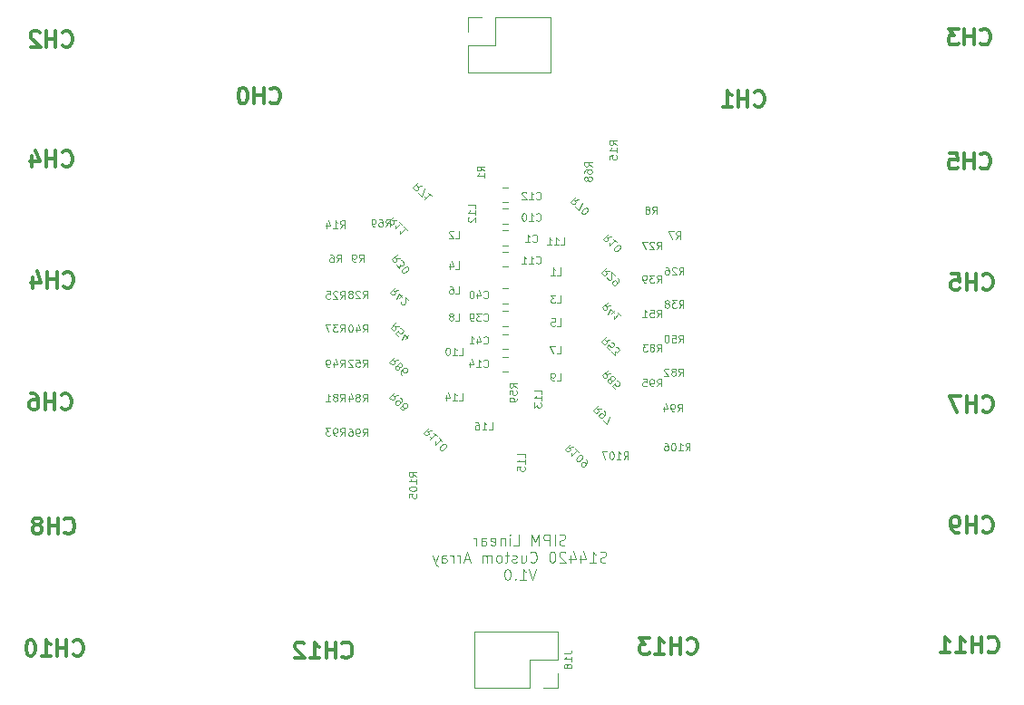
<source format=gbr>
%TF.GenerationSoftware,KiCad,Pcbnew,(6.0.1)*%
%TF.CreationDate,2022-02-22T23:19:08-05:00*%
%TF.ProjectId,sipm-linear-s14160,7369706d-2d6c-4696-9e65-61722d733134,rev?*%
%TF.SameCoordinates,Original*%
%TF.FileFunction,Legend,Bot*%
%TF.FilePolarity,Positive*%
%FSLAX46Y46*%
G04 Gerber Fmt 4.6, Leading zero omitted, Abs format (unit mm)*
G04 Created by KiCad (PCBNEW (6.0.1)) date 2022-02-22 23:19:08*
%MOMM*%
%LPD*%
G01*
G04 APERTURE LIST*
%ADD10C,0.110000*%
%ADD11C,0.300000*%
%ADD12C,0.100000*%
%ADD13C,0.120000*%
G04 APERTURE END LIST*
D10*
X189283904Y-122086761D02*
X189141047Y-122134380D01*
X188902952Y-122134380D01*
X188807714Y-122086761D01*
X188760095Y-122039142D01*
X188712476Y-121943904D01*
X188712476Y-121848666D01*
X188760095Y-121753428D01*
X188807714Y-121705809D01*
X188902952Y-121658190D01*
X189093428Y-121610571D01*
X189188666Y-121562952D01*
X189236285Y-121515333D01*
X189283904Y-121420095D01*
X189283904Y-121324857D01*
X189236285Y-121229619D01*
X189188666Y-121182000D01*
X189093428Y-121134380D01*
X188855333Y-121134380D01*
X188712476Y-121182000D01*
X188283904Y-122134380D02*
X188283904Y-121134380D01*
X187807714Y-122134380D02*
X187807714Y-121134380D01*
X187426761Y-121134380D01*
X187331523Y-121182000D01*
X187283904Y-121229619D01*
X187236285Y-121324857D01*
X187236285Y-121467714D01*
X187283904Y-121562952D01*
X187331523Y-121610571D01*
X187426761Y-121658190D01*
X187807714Y-121658190D01*
X186807714Y-122134380D02*
X186807714Y-121134380D01*
X186474380Y-121848666D01*
X186141047Y-121134380D01*
X186141047Y-122134380D01*
X184426761Y-122134380D02*
X184902952Y-122134380D01*
X184902952Y-121134380D01*
X184093428Y-122134380D02*
X184093428Y-121467714D01*
X184093428Y-121134380D02*
X184141047Y-121182000D01*
X184093428Y-121229619D01*
X184045809Y-121182000D01*
X184093428Y-121134380D01*
X184093428Y-121229619D01*
X183617238Y-121467714D02*
X183617238Y-122134380D01*
X183617238Y-121562952D02*
X183569619Y-121515333D01*
X183474380Y-121467714D01*
X183331523Y-121467714D01*
X183236285Y-121515333D01*
X183188666Y-121610571D01*
X183188666Y-122134380D01*
X182331523Y-122086761D02*
X182426761Y-122134380D01*
X182617238Y-122134380D01*
X182712476Y-122086761D01*
X182760095Y-121991523D01*
X182760095Y-121610571D01*
X182712476Y-121515333D01*
X182617238Y-121467714D01*
X182426761Y-121467714D01*
X182331523Y-121515333D01*
X182283904Y-121610571D01*
X182283904Y-121705809D01*
X182760095Y-121801047D01*
X181426761Y-122134380D02*
X181426761Y-121610571D01*
X181474380Y-121515333D01*
X181569619Y-121467714D01*
X181760095Y-121467714D01*
X181855333Y-121515333D01*
X181426761Y-122086761D02*
X181522000Y-122134380D01*
X181760095Y-122134380D01*
X181855333Y-122086761D01*
X181902952Y-121991523D01*
X181902952Y-121896285D01*
X181855333Y-121801047D01*
X181760095Y-121753428D01*
X181522000Y-121753428D01*
X181426761Y-121705809D01*
X180950571Y-122134380D02*
X180950571Y-121467714D01*
X180950571Y-121658190D02*
X180902952Y-121562952D01*
X180855333Y-121515333D01*
X180760095Y-121467714D01*
X180664857Y-121467714D01*
X193093428Y-123696761D02*
X192950571Y-123744380D01*
X192712476Y-123744380D01*
X192617238Y-123696761D01*
X192569619Y-123649142D01*
X192522000Y-123553904D01*
X192522000Y-123458666D01*
X192569619Y-123363428D01*
X192617238Y-123315809D01*
X192712476Y-123268190D01*
X192902952Y-123220571D01*
X192998190Y-123172952D01*
X193045809Y-123125333D01*
X193093428Y-123030095D01*
X193093428Y-122934857D01*
X193045809Y-122839619D01*
X192998190Y-122792000D01*
X192902952Y-122744380D01*
X192664857Y-122744380D01*
X192522000Y-122792000D01*
X191569619Y-123744380D02*
X192141047Y-123744380D01*
X191855333Y-123744380D02*
X191855333Y-122744380D01*
X191950571Y-122887238D01*
X192045809Y-122982476D01*
X192141047Y-123030095D01*
X190712476Y-123077714D02*
X190712476Y-123744380D01*
X190950571Y-122696761D02*
X191188666Y-123411047D01*
X190569619Y-123411047D01*
X189760095Y-123077714D02*
X189760095Y-123744380D01*
X189998190Y-122696761D02*
X190236285Y-123411047D01*
X189617238Y-123411047D01*
X189283904Y-122839619D02*
X189236285Y-122792000D01*
X189141047Y-122744380D01*
X188902952Y-122744380D01*
X188807714Y-122792000D01*
X188760095Y-122839619D01*
X188712476Y-122934857D01*
X188712476Y-123030095D01*
X188760095Y-123172952D01*
X189331523Y-123744380D01*
X188712476Y-123744380D01*
X188093428Y-122744380D02*
X187998190Y-122744380D01*
X187902952Y-122792000D01*
X187855333Y-122839619D01*
X187807714Y-122934857D01*
X187760095Y-123125333D01*
X187760095Y-123363428D01*
X187807714Y-123553904D01*
X187855333Y-123649142D01*
X187902952Y-123696761D01*
X187998190Y-123744380D01*
X188093428Y-123744380D01*
X188188666Y-123696761D01*
X188236285Y-123649142D01*
X188283904Y-123553904D01*
X188331523Y-123363428D01*
X188331523Y-123125333D01*
X188283904Y-122934857D01*
X188236285Y-122839619D01*
X188188666Y-122792000D01*
X188093428Y-122744380D01*
X185998190Y-123649142D02*
X186045809Y-123696761D01*
X186188666Y-123744380D01*
X186283904Y-123744380D01*
X186426761Y-123696761D01*
X186522000Y-123601523D01*
X186569619Y-123506285D01*
X186617238Y-123315809D01*
X186617238Y-123172952D01*
X186569619Y-122982476D01*
X186522000Y-122887238D01*
X186426761Y-122792000D01*
X186283904Y-122744380D01*
X186188666Y-122744380D01*
X186045809Y-122792000D01*
X185998190Y-122839619D01*
X185141047Y-123077714D02*
X185141047Y-123744380D01*
X185569619Y-123077714D02*
X185569619Y-123601523D01*
X185522000Y-123696761D01*
X185426761Y-123744380D01*
X185283904Y-123744380D01*
X185188666Y-123696761D01*
X185141047Y-123649142D01*
X184712476Y-123696761D02*
X184617238Y-123744380D01*
X184426761Y-123744380D01*
X184331523Y-123696761D01*
X184283904Y-123601523D01*
X184283904Y-123553904D01*
X184331523Y-123458666D01*
X184426761Y-123411047D01*
X184569619Y-123411047D01*
X184664857Y-123363428D01*
X184712476Y-123268190D01*
X184712476Y-123220571D01*
X184664857Y-123125333D01*
X184569619Y-123077714D01*
X184426761Y-123077714D01*
X184331523Y-123125333D01*
X183998190Y-123077714D02*
X183617238Y-123077714D01*
X183855333Y-122744380D02*
X183855333Y-123601523D01*
X183807714Y-123696761D01*
X183712476Y-123744380D01*
X183617238Y-123744380D01*
X183141047Y-123744380D02*
X183236285Y-123696761D01*
X183283904Y-123649142D01*
X183331523Y-123553904D01*
X183331523Y-123268190D01*
X183283904Y-123172952D01*
X183236285Y-123125333D01*
X183141047Y-123077714D01*
X182998190Y-123077714D01*
X182902952Y-123125333D01*
X182855333Y-123172952D01*
X182807714Y-123268190D01*
X182807714Y-123553904D01*
X182855333Y-123649142D01*
X182902952Y-123696761D01*
X182998190Y-123744380D01*
X183141047Y-123744380D01*
X182379142Y-123744380D02*
X182379142Y-123077714D01*
X182379142Y-123172952D02*
X182331523Y-123125333D01*
X182236285Y-123077714D01*
X182093428Y-123077714D01*
X181998190Y-123125333D01*
X181950571Y-123220571D01*
X181950571Y-123744380D01*
X181950571Y-123220571D02*
X181902952Y-123125333D01*
X181807714Y-123077714D01*
X181664857Y-123077714D01*
X181569619Y-123125333D01*
X181522000Y-123220571D01*
X181522000Y-123744380D01*
X180331523Y-123458666D02*
X179855333Y-123458666D01*
X180426761Y-123744380D02*
X180093428Y-122744380D01*
X179760095Y-123744380D01*
X179426761Y-123744380D02*
X179426761Y-123077714D01*
X179426761Y-123268190D02*
X179379142Y-123172952D01*
X179331523Y-123125333D01*
X179236285Y-123077714D01*
X179141047Y-123077714D01*
X178807714Y-123744380D02*
X178807714Y-123077714D01*
X178807714Y-123268190D02*
X178760095Y-123172952D01*
X178712476Y-123125333D01*
X178617238Y-123077714D01*
X178522000Y-123077714D01*
X177760095Y-123744380D02*
X177760095Y-123220571D01*
X177807714Y-123125333D01*
X177902952Y-123077714D01*
X178093428Y-123077714D01*
X178188666Y-123125333D01*
X177760095Y-123696761D02*
X177855333Y-123744380D01*
X178093428Y-123744380D01*
X178188666Y-123696761D01*
X178236285Y-123601523D01*
X178236285Y-123506285D01*
X178188666Y-123411047D01*
X178093428Y-123363428D01*
X177855333Y-123363428D01*
X177760095Y-123315809D01*
X177379142Y-123077714D02*
X177141047Y-123744380D01*
X176902952Y-123077714D02*
X177141047Y-123744380D01*
X177236285Y-123982476D01*
X177283904Y-124030095D01*
X177379142Y-124077714D01*
X186545809Y-124354380D02*
X186212476Y-125354380D01*
X185879142Y-124354380D01*
X185022000Y-125354380D02*
X185593428Y-125354380D01*
X185307714Y-125354380D02*
X185307714Y-124354380D01*
X185402952Y-124497238D01*
X185498190Y-124592476D01*
X185593428Y-124640095D01*
X184593428Y-125259142D02*
X184545809Y-125306761D01*
X184593428Y-125354380D01*
X184641047Y-125306761D01*
X184593428Y-125259142D01*
X184593428Y-125354380D01*
X183926761Y-124354380D02*
X183831523Y-124354380D01*
X183736285Y-124402000D01*
X183688666Y-124449619D01*
X183641047Y-124544857D01*
X183593428Y-124735333D01*
X183593428Y-124973428D01*
X183641047Y-125163904D01*
X183688666Y-125259142D01*
X183736285Y-125306761D01*
X183831523Y-125354380D01*
X183926761Y-125354380D01*
X184022000Y-125306761D01*
X184069619Y-125259142D01*
X184117238Y-125163904D01*
X184164857Y-124973428D01*
X184164857Y-124735333D01*
X184117238Y-124544857D01*
X184069619Y-124449619D01*
X184022000Y-124402000D01*
X183926761Y-124354380D01*
D11*
X168450000Y-132535714D02*
X168521428Y-132607142D01*
X168735714Y-132678571D01*
X168878571Y-132678571D01*
X169092857Y-132607142D01*
X169235714Y-132464285D01*
X169307142Y-132321428D01*
X169378571Y-132035714D01*
X169378571Y-131821428D01*
X169307142Y-131535714D01*
X169235714Y-131392857D01*
X169092857Y-131250000D01*
X168878571Y-131178571D01*
X168735714Y-131178571D01*
X168521428Y-131250000D01*
X168450000Y-131321428D01*
X167807142Y-132678571D02*
X167807142Y-131178571D01*
X167807142Y-131892857D02*
X166950000Y-131892857D01*
X166950000Y-132678571D02*
X166950000Y-131178571D01*
X165450000Y-132678571D02*
X166307142Y-132678571D01*
X165878571Y-132678571D02*
X165878571Y-131178571D01*
X166021428Y-131392857D01*
X166164285Y-131535714D01*
X166307142Y-131607142D01*
X164878571Y-131321428D02*
X164807142Y-131250000D01*
X164664285Y-131178571D01*
X164307142Y-131178571D01*
X164164285Y-131250000D01*
X164092857Y-131321428D01*
X164021428Y-131464285D01*
X164021428Y-131607142D01*
X164092857Y-131821428D01*
X164950000Y-132678571D01*
X164021428Y-132678571D01*
X142335714Y-75435714D02*
X142407142Y-75507142D01*
X142621428Y-75578571D01*
X142764285Y-75578571D01*
X142978571Y-75507142D01*
X143121428Y-75364285D01*
X143192857Y-75221428D01*
X143264285Y-74935714D01*
X143264285Y-74721428D01*
X143192857Y-74435714D01*
X143121428Y-74292857D01*
X142978571Y-74150000D01*
X142764285Y-74078571D01*
X142621428Y-74078571D01*
X142407142Y-74150000D01*
X142335714Y-74221428D01*
X141692857Y-75578571D02*
X141692857Y-74078571D01*
X141692857Y-74792857D02*
X140835714Y-74792857D01*
X140835714Y-75578571D02*
X140835714Y-74078571D01*
X140192857Y-74221428D02*
X140121428Y-74150000D01*
X139978571Y-74078571D01*
X139621428Y-74078571D01*
X139478571Y-74150000D01*
X139407142Y-74221428D01*
X139335714Y-74364285D01*
X139335714Y-74507142D01*
X139407142Y-74721428D01*
X140264285Y-75578571D01*
X139335714Y-75578571D01*
X228235714Y-109535714D02*
X228307142Y-109607142D01*
X228521428Y-109678571D01*
X228664285Y-109678571D01*
X228878571Y-109607142D01*
X229021428Y-109464285D01*
X229092857Y-109321428D01*
X229164285Y-109035714D01*
X229164285Y-108821428D01*
X229092857Y-108535714D01*
X229021428Y-108392857D01*
X228878571Y-108250000D01*
X228664285Y-108178571D01*
X228521428Y-108178571D01*
X228307142Y-108250000D01*
X228235714Y-108321428D01*
X227592857Y-109678571D02*
X227592857Y-108178571D01*
X227592857Y-108892857D02*
X226735714Y-108892857D01*
X226735714Y-109678571D02*
X226735714Y-108178571D01*
X226164285Y-108178571D02*
X225164285Y-108178571D01*
X225807142Y-109678571D01*
X142535714Y-120935714D02*
X142607142Y-121007142D01*
X142821428Y-121078571D01*
X142964285Y-121078571D01*
X143178571Y-121007142D01*
X143321428Y-120864285D01*
X143392857Y-120721428D01*
X143464285Y-120435714D01*
X143464285Y-120221428D01*
X143392857Y-119935714D01*
X143321428Y-119792857D01*
X143178571Y-119650000D01*
X142964285Y-119578571D01*
X142821428Y-119578571D01*
X142607142Y-119650000D01*
X142535714Y-119721428D01*
X141892857Y-121078571D02*
X141892857Y-119578571D01*
X141892857Y-120292857D02*
X141035714Y-120292857D01*
X141035714Y-121078571D02*
X141035714Y-119578571D01*
X140107142Y-120221428D02*
X140250000Y-120150000D01*
X140321428Y-120078571D01*
X140392857Y-119935714D01*
X140392857Y-119864285D01*
X140321428Y-119721428D01*
X140250000Y-119650000D01*
X140107142Y-119578571D01*
X139821428Y-119578571D01*
X139678571Y-119650000D01*
X139607142Y-119721428D01*
X139535714Y-119864285D01*
X139535714Y-119935714D01*
X139607142Y-120078571D01*
X139678571Y-120150000D01*
X139821428Y-120221428D01*
X140107142Y-120221428D01*
X140250000Y-120292857D01*
X140321428Y-120364285D01*
X140392857Y-120507142D01*
X140392857Y-120792857D01*
X140321428Y-120935714D01*
X140250000Y-121007142D01*
X140107142Y-121078571D01*
X139821428Y-121078571D01*
X139678571Y-121007142D01*
X139607142Y-120935714D01*
X139535714Y-120792857D01*
X139535714Y-120507142D01*
X139607142Y-120364285D01*
X139678571Y-120292857D01*
X139821428Y-120221428D01*
X228750000Y-132035714D02*
X228821428Y-132107142D01*
X229035714Y-132178571D01*
X229178571Y-132178571D01*
X229392857Y-132107142D01*
X229535714Y-131964285D01*
X229607142Y-131821428D01*
X229678571Y-131535714D01*
X229678571Y-131321428D01*
X229607142Y-131035714D01*
X229535714Y-130892857D01*
X229392857Y-130750000D01*
X229178571Y-130678571D01*
X229035714Y-130678571D01*
X228821428Y-130750000D01*
X228750000Y-130821428D01*
X228107142Y-132178571D02*
X228107142Y-130678571D01*
X228107142Y-131392857D02*
X227250000Y-131392857D01*
X227250000Y-132178571D02*
X227250000Y-130678571D01*
X225750000Y-132178571D02*
X226607142Y-132178571D01*
X226178571Y-132178571D02*
X226178571Y-130678571D01*
X226321428Y-130892857D01*
X226464285Y-131035714D01*
X226607142Y-131107142D01*
X224321428Y-132178571D02*
X225178571Y-132178571D01*
X224750000Y-132178571D02*
X224750000Y-130678571D01*
X224892857Y-130892857D01*
X225035714Y-131035714D01*
X225178571Y-131107142D01*
X143350000Y-132335714D02*
X143421428Y-132407142D01*
X143635714Y-132478571D01*
X143778571Y-132478571D01*
X143992857Y-132407142D01*
X144135714Y-132264285D01*
X144207142Y-132121428D01*
X144278571Y-131835714D01*
X144278571Y-131621428D01*
X144207142Y-131335714D01*
X144135714Y-131192857D01*
X143992857Y-131050000D01*
X143778571Y-130978571D01*
X143635714Y-130978571D01*
X143421428Y-131050000D01*
X143350000Y-131121428D01*
X142707142Y-132478571D02*
X142707142Y-130978571D01*
X142707142Y-131692857D02*
X141850000Y-131692857D01*
X141850000Y-132478571D02*
X141850000Y-130978571D01*
X140350000Y-132478571D02*
X141207142Y-132478571D01*
X140778571Y-132478571D02*
X140778571Y-130978571D01*
X140921428Y-131192857D01*
X141064285Y-131335714D01*
X141207142Y-131407142D01*
X139421428Y-130978571D02*
X139278571Y-130978571D01*
X139135714Y-131050000D01*
X139064285Y-131121428D01*
X138992857Y-131264285D01*
X138921428Y-131550000D01*
X138921428Y-131907142D01*
X138992857Y-132192857D01*
X139064285Y-132335714D01*
X139135714Y-132407142D01*
X139278571Y-132478571D01*
X139421428Y-132478571D01*
X139564285Y-132407142D01*
X139635714Y-132335714D01*
X139707142Y-132192857D01*
X139778571Y-131907142D01*
X139778571Y-131550000D01*
X139707142Y-131264285D01*
X139635714Y-131121428D01*
X139564285Y-131050000D01*
X139421428Y-130978571D01*
X200650000Y-132135714D02*
X200721428Y-132207142D01*
X200935714Y-132278571D01*
X201078571Y-132278571D01*
X201292857Y-132207142D01*
X201435714Y-132064285D01*
X201507142Y-131921428D01*
X201578571Y-131635714D01*
X201578571Y-131421428D01*
X201507142Y-131135714D01*
X201435714Y-130992857D01*
X201292857Y-130850000D01*
X201078571Y-130778571D01*
X200935714Y-130778571D01*
X200721428Y-130850000D01*
X200650000Y-130921428D01*
X200007142Y-132278571D02*
X200007142Y-130778571D01*
X200007142Y-131492857D02*
X199150000Y-131492857D01*
X199150000Y-132278571D02*
X199150000Y-130778571D01*
X197650000Y-132278571D02*
X198507142Y-132278571D01*
X198078571Y-132278571D02*
X198078571Y-130778571D01*
X198221428Y-130992857D01*
X198364285Y-131135714D01*
X198507142Y-131207142D01*
X197150000Y-130778571D02*
X196221428Y-130778571D01*
X196721428Y-131350000D01*
X196507142Y-131350000D01*
X196364285Y-131421428D01*
X196292857Y-131492857D01*
X196221428Y-131635714D01*
X196221428Y-131992857D01*
X196292857Y-132135714D01*
X196364285Y-132207142D01*
X196507142Y-132278571D01*
X196935714Y-132278571D01*
X197078571Y-132207142D01*
X197150000Y-132135714D01*
X228235714Y-120835714D02*
X228307142Y-120907142D01*
X228521428Y-120978571D01*
X228664285Y-120978571D01*
X228878571Y-120907142D01*
X229021428Y-120764285D01*
X229092857Y-120621428D01*
X229164285Y-120335714D01*
X229164285Y-120121428D01*
X229092857Y-119835714D01*
X229021428Y-119692857D01*
X228878571Y-119550000D01*
X228664285Y-119478571D01*
X228521428Y-119478571D01*
X228307142Y-119550000D01*
X228235714Y-119621428D01*
X227592857Y-120978571D02*
X227592857Y-119478571D01*
X227592857Y-120192857D02*
X226735714Y-120192857D01*
X226735714Y-120978571D02*
X226735714Y-119478571D01*
X225950000Y-120978571D02*
X225664285Y-120978571D01*
X225521428Y-120907142D01*
X225450000Y-120835714D01*
X225307142Y-120621428D01*
X225235714Y-120335714D01*
X225235714Y-119764285D01*
X225307142Y-119621428D01*
X225378571Y-119550000D01*
X225521428Y-119478571D01*
X225807142Y-119478571D01*
X225950000Y-119550000D01*
X226021428Y-119621428D01*
X226092857Y-119764285D01*
X226092857Y-120121428D01*
X226021428Y-120264285D01*
X225950000Y-120335714D01*
X225807142Y-120407142D01*
X225521428Y-120407142D01*
X225378571Y-120335714D01*
X225307142Y-120264285D01*
X225235714Y-120121428D01*
X206935714Y-81035714D02*
X207007142Y-81107142D01*
X207221428Y-81178571D01*
X207364285Y-81178571D01*
X207578571Y-81107142D01*
X207721428Y-80964285D01*
X207792857Y-80821428D01*
X207864285Y-80535714D01*
X207864285Y-80321428D01*
X207792857Y-80035714D01*
X207721428Y-79892857D01*
X207578571Y-79750000D01*
X207364285Y-79678571D01*
X207221428Y-79678571D01*
X207007142Y-79750000D01*
X206935714Y-79821428D01*
X206292857Y-81178571D02*
X206292857Y-79678571D01*
X206292857Y-80392857D02*
X205435714Y-80392857D01*
X205435714Y-81178571D02*
X205435714Y-79678571D01*
X203935714Y-81178571D02*
X204792857Y-81178571D01*
X204364285Y-81178571D02*
X204364285Y-79678571D01*
X204507142Y-79892857D01*
X204650000Y-80035714D01*
X204792857Y-80107142D01*
X228035714Y-86835714D02*
X228107142Y-86907142D01*
X228321428Y-86978571D01*
X228464285Y-86978571D01*
X228678571Y-86907142D01*
X228821428Y-86764285D01*
X228892857Y-86621428D01*
X228964285Y-86335714D01*
X228964285Y-86121428D01*
X228892857Y-85835714D01*
X228821428Y-85692857D01*
X228678571Y-85550000D01*
X228464285Y-85478571D01*
X228321428Y-85478571D01*
X228107142Y-85550000D01*
X228035714Y-85621428D01*
X227392857Y-86978571D02*
X227392857Y-85478571D01*
X227392857Y-86192857D02*
X226535714Y-86192857D01*
X226535714Y-86978571D02*
X226535714Y-85478571D01*
X225107142Y-85478571D02*
X225821428Y-85478571D01*
X225892857Y-86192857D01*
X225821428Y-86121428D01*
X225678571Y-86050000D01*
X225321428Y-86050000D01*
X225178571Y-86121428D01*
X225107142Y-86192857D01*
X225035714Y-86335714D01*
X225035714Y-86692857D01*
X225107142Y-86835714D01*
X225178571Y-86907142D01*
X225321428Y-86978571D01*
X225678571Y-86978571D01*
X225821428Y-86907142D01*
X225892857Y-86835714D01*
X228035714Y-75235714D02*
X228107142Y-75307142D01*
X228321428Y-75378571D01*
X228464285Y-75378571D01*
X228678571Y-75307142D01*
X228821428Y-75164285D01*
X228892857Y-75021428D01*
X228964285Y-74735714D01*
X228964285Y-74521428D01*
X228892857Y-74235714D01*
X228821428Y-74092857D01*
X228678571Y-73950000D01*
X228464285Y-73878571D01*
X228321428Y-73878571D01*
X228107142Y-73950000D01*
X228035714Y-74021428D01*
X227392857Y-75378571D02*
X227392857Y-73878571D01*
X227392857Y-74592857D02*
X226535714Y-74592857D01*
X226535714Y-75378571D02*
X226535714Y-73878571D01*
X225964285Y-73878571D02*
X225035714Y-73878571D01*
X225535714Y-74450000D01*
X225321428Y-74450000D01*
X225178571Y-74521428D01*
X225107142Y-74592857D01*
X225035714Y-74735714D01*
X225035714Y-75092857D01*
X225107142Y-75235714D01*
X225178571Y-75307142D01*
X225321428Y-75378571D01*
X225750000Y-75378571D01*
X225892857Y-75307142D01*
X225964285Y-75235714D01*
X142435714Y-97935714D02*
X142507142Y-98007142D01*
X142721428Y-98078571D01*
X142864285Y-98078571D01*
X143078571Y-98007142D01*
X143221428Y-97864285D01*
X143292857Y-97721428D01*
X143364285Y-97435714D01*
X143364285Y-97221428D01*
X143292857Y-96935714D01*
X143221428Y-96792857D01*
X143078571Y-96650000D01*
X142864285Y-96578571D01*
X142721428Y-96578571D01*
X142507142Y-96650000D01*
X142435714Y-96721428D01*
X141792857Y-98078571D02*
X141792857Y-96578571D01*
X141792857Y-97292857D02*
X140935714Y-97292857D01*
X140935714Y-98078571D02*
X140935714Y-96578571D01*
X139578571Y-97078571D02*
X139578571Y-98078571D01*
X139935714Y-96507142D02*
X140292857Y-97578571D01*
X139364285Y-97578571D01*
X142233361Y-109321296D02*
X142304789Y-109392724D01*
X142519075Y-109464153D01*
X142661932Y-109464153D01*
X142876218Y-109392724D01*
X143019075Y-109249867D01*
X143090504Y-109107010D01*
X143161932Y-108821296D01*
X143161932Y-108607010D01*
X143090504Y-108321296D01*
X143019075Y-108178439D01*
X142876218Y-108035582D01*
X142661932Y-107964153D01*
X142519075Y-107964153D01*
X142304789Y-108035582D01*
X142233361Y-108107010D01*
X141590504Y-109464153D02*
X141590504Y-107964153D01*
X141590504Y-108678439D02*
X140733361Y-108678439D01*
X140733361Y-109464153D02*
X140733361Y-107964153D01*
X139376218Y-107964153D02*
X139661932Y-107964153D01*
X139804789Y-108035582D01*
X139876218Y-108107010D01*
X140019075Y-108321296D01*
X140090504Y-108607010D01*
X140090504Y-109178439D01*
X140019075Y-109321296D01*
X139947647Y-109392724D01*
X139804789Y-109464153D01*
X139519075Y-109464153D01*
X139376218Y-109392724D01*
X139304789Y-109321296D01*
X139233361Y-109178439D01*
X139233361Y-108821296D01*
X139304789Y-108678439D01*
X139376218Y-108607010D01*
X139519075Y-108535582D01*
X139804789Y-108535582D01*
X139947647Y-108607010D01*
X140019075Y-108678439D01*
X140090504Y-108821296D01*
X161735714Y-80735714D02*
X161807142Y-80807142D01*
X162021428Y-80878571D01*
X162164285Y-80878571D01*
X162378571Y-80807142D01*
X162521428Y-80664285D01*
X162592857Y-80521428D01*
X162664285Y-80235714D01*
X162664285Y-80021428D01*
X162592857Y-79735714D01*
X162521428Y-79592857D01*
X162378571Y-79450000D01*
X162164285Y-79378571D01*
X162021428Y-79378571D01*
X161807142Y-79450000D01*
X161735714Y-79521428D01*
X161092857Y-80878571D02*
X161092857Y-79378571D01*
X161092857Y-80092857D02*
X160235714Y-80092857D01*
X160235714Y-80878571D02*
X160235714Y-79378571D01*
X159235714Y-79378571D02*
X159092857Y-79378571D01*
X158950000Y-79450000D01*
X158878571Y-79521428D01*
X158807142Y-79664285D01*
X158735714Y-79950000D01*
X158735714Y-80307142D01*
X158807142Y-80592857D01*
X158878571Y-80735714D01*
X158950000Y-80807142D01*
X159092857Y-80878571D01*
X159235714Y-80878571D01*
X159378571Y-80807142D01*
X159450000Y-80735714D01*
X159521428Y-80592857D01*
X159592857Y-80307142D01*
X159592857Y-79950000D01*
X159521428Y-79664285D01*
X159450000Y-79521428D01*
X159378571Y-79450000D01*
X159235714Y-79378571D01*
X228235714Y-98135714D02*
X228307142Y-98207142D01*
X228521428Y-98278571D01*
X228664285Y-98278571D01*
X228878571Y-98207142D01*
X229021428Y-98064285D01*
X229092857Y-97921428D01*
X229164285Y-97635714D01*
X229164285Y-97421428D01*
X229092857Y-97135714D01*
X229021428Y-96992857D01*
X228878571Y-96850000D01*
X228664285Y-96778571D01*
X228521428Y-96778571D01*
X228307142Y-96850000D01*
X228235714Y-96921428D01*
X227592857Y-98278571D02*
X227592857Y-96778571D01*
X227592857Y-97492857D02*
X226735714Y-97492857D01*
X226735714Y-98278571D02*
X226735714Y-96778571D01*
X225307142Y-96778571D02*
X226021428Y-96778571D01*
X226092857Y-97492857D01*
X226021428Y-97421428D01*
X225878571Y-97350000D01*
X225521428Y-97350000D01*
X225378571Y-97421428D01*
X225307142Y-97492857D01*
X225235714Y-97635714D01*
X225235714Y-97992857D01*
X225307142Y-98135714D01*
X225378571Y-98207142D01*
X225521428Y-98278571D01*
X225878571Y-98278571D01*
X226021428Y-98207142D01*
X226092857Y-98135714D01*
X142335714Y-86635714D02*
X142407142Y-86707142D01*
X142621428Y-86778571D01*
X142764285Y-86778571D01*
X142978571Y-86707142D01*
X143121428Y-86564285D01*
X143192857Y-86421428D01*
X143264285Y-86135714D01*
X143264285Y-85921428D01*
X143192857Y-85635714D01*
X143121428Y-85492857D01*
X142978571Y-85350000D01*
X142764285Y-85278571D01*
X142621428Y-85278571D01*
X142407142Y-85350000D01*
X142335714Y-85421428D01*
X141692857Y-86778571D02*
X141692857Y-85278571D01*
X141692857Y-85992857D02*
X140835714Y-85992857D01*
X140835714Y-86778571D02*
X140835714Y-85278571D01*
X139478571Y-85778571D02*
X139478571Y-86778571D01*
X139835714Y-85207142D02*
X140192857Y-86278571D01*
X139264285Y-86278571D01*
D12*
%TO.C,L13*%
X187026666Y-107980000D02*
X187026666Y-107646666D01*
X186326666Y-107646666D01*
X187026666Y-108580000D02*
X187026666Y-108180000D01*
X187026666Y-108380000D02*
X186326666Y-108380000D01*
X186426666Y-108313333D01*
X186493333Y-108246666D01*
X186526666Y-108180000D01*
X186326666Y-108813333D02*
X186326666Y-109246666D01*
X186593333Y-109013333D01*
X186593333Y-109113333D01*
X186626666Y-109180000D01*
X186660000Y-109213333D01*
X186726666Y-109246666D01*
X186893333Y-109246666D01*
X186960000Y-109213333D01*
X186993333Y-109180000D01*
X187026666Y-109113333D01*
X187026666Y-108913333D01*
X186993333Y-108846666D01*
X186960000Y-108813333D01*
%TO.C,R1*%
X181696666Y-87133333D02*
X181363333Y-86900000D01*
X181696666Y-86733333D02*
X180996666Y-86733333D01*
X180996666Y-87000000D01*
X181030000Y-87066666D01*
X181063333Y-87100000D01*
X181130000Y-87133333D01*
X181230000Y-87133333D01*
X181296666Y-87100000D01*
X181330000Y-87066666D01*
X181363333Y-87000000D01*
X181363333Y-86733333D01*
X181696666Y-87800000D02*
X181696666Y-87400000D01*
X181696666Y-87600000D02*
X180996666Y-87600000D01*
X181096666Y-87533333D01*
X181163333Y-87466666D01*
X181196666Y-87400000D01*
%TO.C,R38*%
X199887400Y-99941666D02*
X200120733Y-99608333D01*
X200287400Y-99941666D02*
X200287400Y-99241666D01*
X200020733Y-99241666D01*
X199954066Y-99275000D01*
X199920733Y-99308333D01*
X199887400Y-99375000D01*
X199887400Y-99475000D01*
X199920733Y-99541666D01*
X199954066Y-99575000D01*
X200020733Y-99608333D01*
X200287400Y-99608333D01*
X199654066Y-99241666D02*
X199220733Y-99241666D01*
X199454066Y-99508333D01*
X199354066Y-99508333D01*
X199287400Y-99541666D01*
X199254066Y-99575000D01*
X199220733Y-99641666D01*
X199220733Y-99808333D01*
X199254066Y-99875000D01*
X199287400Y-99908333D01*
X199354066Y-99941666D01*
X199554066Y-99941666D01*
X199620733Y-99908333D01*
X199654066Y-99875000D01*
X198820733Y-99541666D02*
X198887400Y-99508333D01*
X198920733Y-99475000D01*
X198954066Y-99408333D01*
X198954066Y-99375000D01*
X198920733Y-99308333D01*
X198887400Y-99275000D01*
X198820733Y-99241666D01*
X198687400Y-99241666D01*
X198620733Y-99275000D01*
X198587400Y-99308333D01*
X198554066Y-99375000D01*
X198554066Y-99408333D01*
X198587400Y-99475000D01*
X198620733Y-99508333D01*
X198687400Y-99541666D01*
X198820733Y-99541666D01*
X198887400Y-99575000D01*
X198920733Y-99608333D01*
X198954066Y-99675000D01*
X198954066Y-99808333D01*
X198920733Y-99875000D01*
X198887400Y-99908333D01*
X198820733Y-99941666D01*
X198687400Y-99941666D01*
X198620733Y-99908333D01*
X198587400Y-99875000D01*
X198554066Y-99808333D01*
X198554066Y-99675000D01*
X198587400Y-99608333D01*
X198620733Y-99575000D01*
X198687400Y-99541666D01*
%TO.C,R7*%
X199604066Y-93516666D02*
X199837400Y-93183333D01*
X200004066Y-93516666D02*
X200004066Y-92816666D01*
X199737400Y-92816666D01*
X199670733Y-92850000D01*
X199637400Y-92883333D01*
X199604066Y-92950000D01*
X199604066Y-93050000D01*
X199637400Y-93116666D01*
X199670733Y-93150000D01*
X199737400Y-93183333D01*
X200004066Y-93183333D01*
X199370733Y-92816666D02*
X198904066Y-92816666D01*
X199204066Y-93516666D01*
%TO.C,R81*%
X168250000Y-108686666D02*
X168483333Y-108353333D01*
X168650000Y-108686666D02*
X168650000Y-107986666D01*
X168383333Y-107986666D01*
X168316666Y-108020000D01*
X168283333Y-108053333D01*
X168250000Y-108120000D01*
X168250000Y-108220000D01*
X168283333Y-108286666D01*
X168316666Y-108320000D01*
X168383333Y-108353333D01*
X168650000Y-108353333D01*
X167850000Y-108286666D02*
X167916666Y-108253333D01*
X167950000Y-108220000D01*
X167983333Y-108153333D01*
X167983333Y-108120000D01*
X167950000Y-108053333D01*
X167916666Y-108020000D01*
X167850000Y-107986666D01*
X167716666Y-107986666D01*
X167650000Y-108020000D01*
X167616666Y-108053333D01*
X167583333Y-108120000D01*
X167583333Y-108153333D01*
X167616666Y-108220000D01*
X167650000Y-108253333D01*
X167716666Y-108286666D01*
X167850000Y-108286666D01*
X167916666Y-108320000D01*
X167950000Y-108353333D01*
X167983333Y-108420000D01*
X167983333Y-108553333D01*
X167950000Y-108620000D01*
X167916666Y-108653333D01*
X167850000Y-108686666D01*
X167716666Y-108686666D01*
X167650000Y-108653333D01*
X167616666Y-108620000D01*
X167583333Y-108553333D01*
X167583333Y-108420000D01*
X167616666Y-108353333D01*
X167650000Y-108320000D01*
X167716666Y-108286666D01*
X166916666Y-108686666D02*
X167316666Y-108686666D01*
X167116666Y-108686666D02*
X167116666Y-107986666D01*
X167183333Y-108086666D01*
X167250000Y-108153333D01*
X167316666Y-108186666D01*
%TO.C,R25*%
X168250000Y-99086666D02*
X168483333Y-98753333D01*
X168650000Y-99086666D02*
X168650000Y-98386666D01*
X168383333Y-98386666D01*
X168316666Y-98420000D01*
X168283333Y-98453333D01*
X168250000Y-98520000D01*
X168250000Y-98620000D01*
X168283333Y-98686666D01*
X168316666Y-98720000D01*
X168383333Y-98753333D01*
X168650000Y-98753333D01*
X167983333Y-98453333D02*
X167950000Y-98420000D01*
X167883333Y-98386666D01*
X167716666Y-98386666D01*
X167650000Y-98420000D01*
X167616666Y-98453333D01*
X167583333Y-98520000D01*
X167583333Y-98586666D01*
X167616666Y-98686666D01*
X168016666Y-99086666D01*
X167583333Y-99086666D01*
X166950000Y-98386666D02*
X167283333Y-98386666D01*
X167316666Y-98720000D01*
X167283333Y-98686666D01*
X167216666Y-98653333D01*
X167050000Y-98653333D01*
X166983333Y-98686666D01*
X166950000Y-98720000D01*
X166916666Y-98786666D01*
X166916666Y-98953333D01*
X166950000Y-99020000D01*
X166983333Y-99053333D01*
X167050000Y-99086666D01*
X167216666Y-99086666D01*
X167283333Y-99053333D01*
X167316666Y-99020000D01*
%TO.C,R49*%
X168250000Y-105486666D02*
X168483333Y-105153333D01*
X168650000Y-105486666D02*
X168650000Y-104786666D01*
X168383333Y-104786666D01*
X168316666Y-104820000D01*
X168283333Y-104853333D01*
X168250000Y-104920000D01*
X168250000Y-105020000D01*
X168283333Y-105086666D01*
X168316666Y-105120000D01*
X168383333Y-105153333D01*
X168650000Y-105153333D01*
X167650000Y-105020000D02*
X167650000Y-105486666D01*
X167816666Y-104753333D02*
X167983333Y-105253333D01*
X167550000Y-105253333D01*
X167250000Y-105486666D02*
X167116666Y-105486666D01*
X167050000Y-105453333D01*
X167016666Y-105420000D01*
X166950000Y-105320000D01*
X166916666Y-105186666D01*
X166916666Y-104920000D01*
X166950000Y-104853333D01*
X166983333Y-104820000D01*
X167050000Y-104786666D01*
X167183333Y-104786666D01*
X167250000Y-104820000D01*
X167283333Y-104853333D01*
X167316666Y-104920000D01*
X167316666Y-105086666D01*
X167283333Y-105153333D01*
X167250000Y-105186666D01*
X167183333Y-105220000D01*
X167050000Y-105220000D01*
X166983333Y-105186666D01*
X166950000Y-105153333D01*
X166916666Y-105086666D01*
%TO.C,R70*%
X190535457Y-89842252D02*
X190134763Y-89912963D01*
X190252614Y-89559410D02*
X189757639Y-90054384D01*
X189946201Y-90242946D01*
X190016912Y-90266516D01*
X190064052Y-90266516D01*
X190134763Y-90242946D01*
X190205473Y-90172235D01*
X190229044Y-90101525D01*
X190229044Y-90054384D01*
X190205473Y-89983674D01*
X190016912Y-89795112D01*
X190205473Y-90502219D02*
X190535457Y-90832202D01*
X190818299Y-90125095D01*
X190818299Y-91115045D02*
X190865440Y-91162185D01*
X190936150Y-91185755D01*
X190983291Y-91185755D01*
X191054002Y-91162185D01*
X191171853Y-91091474D01*
X191289704Y-90973623D01*
X191360415Y-90855772D01*
X191383985Y-90785061D01*
X191383985Y-90737921D01*
X191360415Y-90667210D01*
X191313274Y-90620070D01*
X191242563Y-90596500D01*
X191195423Y-90596500D01*
X191124712Y-90620070D01*
X191006861Y-90690780D01*
X190889010Y-90808632D01*
X190818299Y-90926483D01*
X190794729Y-90997193D01*
X190794729Y-91044334D01*
X190818299Y-91115045D01*
%TO.C,R94*%
X199770000Y-109636666D02*
X200003333Y-109303333D01*
X200170000Y-109636666D02*
X200170000Y-108936666D01*
X199903333Y-108936666D01*
X199836666Y-108970000D01*
X199803333Y-109003333D01*
X199770000Y-109070000D01*
X199770000Y-109170000D01*
X199803333Y-109236666D01*
X199836666Y-109270000D01*
X199903333Y-109303333D01*
X200170000Y-109303333D01*
X199436666Y-109636666D02*
X199303333Y-109636666D01*
X199236666Y-109603333D01*
X199203333Y-109570000D01*
X199136666Y-109470000D01*
X199103333Y-109336666D01*
X199103333Y-109070000D01*
X199136666Y-109003333D01*
X199170000Y-108970000D01*
X199236666Y-108936666D01*
X199370000Y-108936666D01*
X199436666Y-108970000D01*
X199470000Y-109003333D01*
X199503333Y-109070000D01*
X199503333Y-109236666D01*
X199470000Y-109303333D01*
X199436666Y-109336666D01*
X199370000Y-109370000D01*
X199236666Y-109370000D01*
X199170000Y-109336666D01*
X199136666Y-109303333D01*
X199103333Y-109236666D01*
X198503333Y-109170000D02*
X198503333Y-109636666D01*
X198670000Y-108903333D02*
X198836666Y-109403333D01*
X198403333Y-109403333D01*
%TO.C,L15*%
X185477667Y-113926000D02*
X185477667Y-113592666D01*
X184777667Y-113592666D01*
X185477667Y-114526000D02*
X185477667Y-114126000D01*
X185477667Y-114326000D02*
X184777667Y-114326000D01*
X184877667Y-114259333D01*
X184944334Y-114192666D01*
X184977667Y-114126000D01*
X184777667Y-115159333D02*
X184777667Y-114826000D01*
X185111001Y-114792666D01*
X185077667Y-114826000D01*
X185044334Y-114892666D01*
X185044334Y-115059333D01*
X185077667Y-115126000D01*
X185111001Y-115159333D01*
X185177667Y-115192666D01*
X185344334Y-115192666D01*
X185411001Y-115159333D01*
X185444334Y-115126000D01*
X185477667Y-115059333D01*
X185477667Y-114892666D01*
X185444334Y-114826000D01*
X185411001Y-114792666D01*
%TO.C,R52*%
X170350000Y-105466668D02*
X170583333Y-105133335D01*
X170750000Y-105466668D02*
X170750000Y-104766668D01*
X170483333Y-104766668D01*
X170416666Y-104800002D01*
X170383333Y-104833335D01*
X170350000Y-104900002D01*
X170350000Y-105000002D01*
X170383333Y-105066668D01*
X170416666Y-105100002D01*
X170483333Y-105133335D01*
X170750000Y-105133335D01*
X169716666Y-104766668D02*
X170050000Y-104766668D01*
X170083333Y-105100002D01*
X170050000Y-105066668D01*
X169983333Y-105033335D01*
X169816666Y-105033335D01*
X169750000Y-105066668D01*
X169716666Y-105100002D01*
X169683333Y-105166668D01*
X169683333Y-105333335D01*
X169716666Y-105400002D01*
X169750000Y-105433335D01*
X169816666Y-105466668D01*
X169983333Y-105466668D01*
X170050000Y-105433335D01*
X170083333Y-105400002D01*
X169416666Y-104833335D02*
X169383333Y-104800002D01*
X169316666Y-104766668D01*
X169150000Y-104766668D01*
X169083333Y-104800002D01*
X169050000Y-104833335D01*
X169016666Y-104900002D01*
X169016666Y-104966668D01*
X169050000Y-105066668D01*
X169450000Y-105466668D01*
X169016666Y-105466668D01*
%TO.C,L3*%
X188516666Y-99486666D02*
X188850000Y-99486666D01*
X188850000Y-98786666D01*
X188350000Y-98786666D02*
X187916666Y-98786666D01*
X188150000Y-99053333D01*
X188050000Y-99053333D01*
X187983333Y-99086666D01*
X187950000Y-99120000D01*
X187916666Y-99186666D01*
X187916666Y-99353333D01*
X187950000Y-99420000D01*
X187983333Y-99453333D01*
X188050000Y-99486666D01*
X188250000Y-99486666D01*
X188316666Y-99453333D01*
X188350000Y-99420000D01*
%TO.C,R59*%
X184736666Y-107400000D02*
X184403333Y-107166666D01*
X184736666Y-107000000D02*
X184036666Y-107000000D01*
X184036666Y-107266666D01*
X184070000Y-107333333D01*
X184103333Y-107366666D01*
X184170000Y-107400000D01*
X184270000Y-107400000D01*
X184336666Y-107366666D01*
X184370000Y-107333333D01*
X184403333Y-107266666D01*
X184403333Y-107000000D01*
X184036666Y-108033333D02*
X184036666Y-107700000D01*
X184370000Y-107666666D01*
X184336666Y-107700000D01*
X184303333Y-107766666D01*
X184303333Y-107933333D01*
X184336666Y-108000000D01*
X184370000Y-108033333D01*
X184436666Y-108066666D01*
X184603333Y-108066666D01*
X184670000Y-108033333D01*
X184703333Y-108000000D01*
X184736666Y-107933333D01*
X184736666Y-107766666D01*
X184703333Y-107700000D01*
X184670000Y-107666666D01*
X184736666Y-108400000D02*
X184736666Y-108533333D01*
X184703333Y-108600000D01*
X184670000Y-108633333D01*
X184570000Y-108700000D01*
X184436666Y-108733333D01*
X184170000Y-108733333D01*
X184103333Y-108700000D01*
X184070000Y-108666666D01*
X184036666Y-108600000D01*
X184036666Y-108466666D01*
X184070000Y-108400000D01*
X184103333Y-108366666D01*
X184170000Y-108333333D01*
X184336666Y-108333333D01*
X184403333Y-108366666D01*
X184436666Y-108400000D01*
X184470000Y-108466666D01*
X184470000Y-108600000D01*
X184436666Y-108666666D01*
X184403333Y-108700000D01*
X184336666Y-108733333D01*
%TO.C,R83*%
X197830000Y-104026666D02*
X198063333Y-103693333D01*
X198230000Y-104026666D02*
X198230000Y-103326666D01*
X197963333Y-103326666D01*
X197896666Y-103360000D01*
X197863333Y-103393333D01*
X197830000Y-103460000D01*
X197830000Y-103560000D01*
X197863333Y-103626666D01*
X197896666Y-103660000D01*
X197963333Y-103693333D01*
X198230000Y-103693333D01*
X197430000Y-103626666D02*
X197496666Y-103593333D01*
X197530000Y-103560000D01*
X197563333Y-103493333D01*
X197563333Y-103460000D01*
X197530000Y-103393333D01*
X197496666Y-103360000D01*
X197430000Y-103326666D01*
X197296666Y-103326666D01*
X197230000Y-103360000D01*
X197196666Y-103393333D01*
X197163333Y-103460000D01*
X197163333Y-103493333D01*
X197196666Y-103560000D01*
X197230000Y-103593333D01*
X197296666Y-103626666D01*
X197430000Y-103626666D01*
X197496666Y-103660000D01*
X197530000Y-103693333D01*
X197563333Y-103760000D01*
X197563333Y-103893333D01*
X197530000Y-103960000D01*
X197496666Y-103993333D01*
X197430000Y-104026666D01*
X197296666Y-104026666D01*
X197230000Y-103993333D01*
X197196666Y-103960000D01*
X197163333Y-103893333D01*
X197163333Y-103760000D01*
X197196666Y-103693333D01*
X197230000Y-103660000D01*
X197296666Y-103626666D01*
X196930000Y-103326666D02*
X196496666Y-103326666D01*
X196730000Y-103593333D01*
X196630000Y-103593333D01*
X196563333Y-103626666D01*
X196530000Y-103660000D01*
X196496666Y-103726666D01*
X196496666Y-103893333D01*
X196530000Y-103960000D01*
X196563333Y-103993333D01*
X196630000Y-104026666D01*
X196830000Y-104026666D01*
X196896666Y-103993333D01*
X196930000Y-103960000D01*
%TO.C,R42*%
X173690087Y-98287622D02*
X173289393Y-98358333D01*
X173407244Y-98004780D02*
X172912269Y-98499754D01*
X173100831Y-98688316D01*
X173171542Y-98711886D01*
X173218682Y-98711886D01*
X173289393Y-98688316D01*
X173360103Y-98617605D01*
X173383674Y-98546895D01*
X173383674Y-98499754D01*
X173360103Y-98429044D01*
X173171542Y-98240482D01*
X173784368Y-99041870D02*
X174114351Y-98711886D01*
X173477955Y-99112580D02*
X173713657Y-98641176D01*
X174020070Y-98947589D01*
X173902219Y-99395423D02*
X173902219Y-99442563D01*
X173925789Y-99513274D01*
X174043640Y-99631125D01*
X174114351Y-99654695D01*
X174161491Y-99654695D01*
X174232202Y-99631125D01*
X174279342Y-99583985D01*
X174326483Y-99489704D01*
X174326483Y-98924018D01*
X174632896Y-99230431D01*
%TO.C,R27*%
X197812400Y-94476666D02*
X198045733Y-94143333D01*
X198212400Y-94476666D02*
X198212400Y-93776666D01*
X197945733Y-93776666D01*
X197879066Y-93810000D01*
X197845733Y-93843333D01*
X197812400Y-93910000D01*
X197812400Y-94010000D01*
X197845733Y-94076666D01*
X197879066Y-94110000D01*
X197945733Y-94143333D01*
X198212400Y-94143333D01*
X197545733Y-93843333D02*
X197512400Y-93810000D01*
X197445733Y-93776666D01*
X197279066Y-93776666D01*
X197212400Y-93810000D01*
X197179066Y-93843333D01*
X197145733Y-93910000D01*
X197145733Y-93976666D01*
X197179066Y-94076666D01*
X197579066Y-94476666D01*
X197145733Y-94476666D01*
X196912400Y-93776666D02*
X196445733Y-93776666D01*
X196745733Y-94476666D01*
%TO.C,R15*%
X194086666Y-84750000D02*
X193753333Y-84516666D01*
X194086666Y-84350000D02*
X193386666Y-84350000D01*
X193386666Y-84616666D01*
X193420000Y-84683333D01*
X193453333Y-84716666D01*
X193520000Y-84750000D01*
X193620000Y-84750000D01*
X193686666Y-84716666D01*
X193720000Y-84683333D01*
X193753333Y-84616666D01*
X193753333Y-84350000D01*
X194086666Y-85416666D02*
X194086666Y-85016666D01*
X194086666Y-85216666D02*
X193386666Y-85216666D01*
X193486666Y-85150000D01*
X193553333Y-85083333D01*
X193586666Y-85016666D01*
X193386666Y-86050000D02*
X193386666Y-85716666D01*
X193720000Y-85683333D01*
X193686666Y-85716666D01*
X193653333Y-85783333D01*
X193653333Y-85950000D01*
X193686666Y-86016666D01*
X193720000Y-86050000D01*
X193786666Y-86083333D01*
X193953333Y-86083333D01*
X194020000Y-86050000D01*
X194053333Y-86016666D01*
X194086666Y-85950000D01*
X194086666Y-85783333D01*
X194053333Y-85716666D01*
X194020000Y-85683333D01*
%TO.C,R85*%
X193465804Y-106065199D02*
X193065110Y-106135910D01*
X193182961Y-105782357D02*
X192687986Y-106277331D01*
X192876548Y-106465893D01*
X192947259Y-106489463D01*
X192994399Y-106489463D01*
X193065110Y-106465893D01*
X193135820Y-106395182D01*
X193159391Y-106324472D01*
X193159391Y-106277331D01*
X193135820Y-106206621D01*
X192947259Y-106018059D01*
X193465804Y-106630885D02*
X193395093Y-106607314D01*
X193347952Y-106607315D01*
X193277242Y-106630885D01*
X193253672Y-106654455D01*
X193230101Y-106725166D01*
X193230101Y-106772306D01*
X193253672Y-106843017D01*
X193347952Y-106937298D01*
X193418663Y-106960868D01*
X193465804Y-106960868D01*
X193536514Y-106937298D01*
X193560085Y-106913727D01*
X193583655Y-106843017D01*
X193583655Y-106795876D01*
X193560085Y-106725166D01*
X193465804Y-106630885D01*
X193442233Y-106560174D01*
X193442233Y-106513034D01*
X193465804Y-106442323D01*
X193560085Y-106348042D01*
X193630795Y-106324472D01*
X193677936Y-106324472D01*
X193748646Y-106348042D01*
X193842927Y-106442323D01*
X193866497Y-106513034D01*
X193866497Y-106560174D01*
X193842927Y-106630885D01*
X193748646Y-106725166D01*
X193677936Y-106748736D01*
X193630795Y-106748736D01*
X193560085Y-106725166D01*
X193890068Y-107479413D02*
X193654365Y-107243711D01*
X193866497Y-106984438D01*
X193866497Y-107031579D01*
X193890068Y-107102289D01*
X194007919Y-107220140D01*
X194078629Y-107243711D01*
X194125770Y-107243711D01*
X194196481Y-107220140D01*
X194314332Y-107102289D01*
X194337902Y-107031579D01*
X194337902Y-106984438D01*
X194314332Y-106913727D01*
X194196481Y-106795876D01*
X194125770Y-106772306D01*
X194078629Y-106772306D01*
%TO.C,R10*%
X193565804Y-93315199D02*
X193165110Y-93385910D01*
X193282961Y-93032357D02*
X192787986Y-93527331D01*
X192976548Y-93715893D01*
X193047259Y-93739463D01*
X193094399Y-93739463D01*
X193165110Y-93715893D01*
X193235820Y-93645182D01*
X193259391Y-93574472D01*
X193259391Y-93527331D01*
X193235820Y-93456621D01*
X193047259Y-93268059D01*
X194037208Y-93786604D02*
X193754365Y-93503761D01*
X193895787Y-93645182D02*
X193400812Y-94140157D01*
X193424382Y-94022306D01*
X193424382Y-93928025D01*
X193400812Y-93857314D01*
X193848646Y-94587992D02*
X193895787Y-94635132D01*
X193966497Y-94658702D01*
X194013638Y-94658702D01*
X194084349Y-94635132D01*
X194202200Y-94564421D01*
X194320051Y-94446570D01*
X194390762Y-94328719D01*
X194414332Y-94258008D01*
X194414332Y-94210868D01*
X194390762Y-94140157D01*
X194343621Y-94093017D01*
X194272910Y-94069447D01*
X194225770Y-94069447D01*
X194155059Y-94093017D01*
X194037208Y-94163727D01*
X193919357Y-94281579D01*
X193848646Y-94399430D01*
X193825076Y-94470140D01*
X193825076Y-94517281D01*
X193848646Y-94587992D01*
%TO.C,L12*%
X180886666Y-90650000D02*
X180886666Y-90316666D01*
X180186666Y-90316666D01*
X180886666Y-91250000D02*
X180886666Y-90850000D01*
X180886666Y-91050000D02*
X180186666Y-91050000D01*
X180286666Y-90983333D01*
X180353333Y-90916666D01*
X180386666Y-90850000D01*
X180253333Y-91516666D02*
X180220000Y-91550000D01*
X180186666Y-91616666D01*
X180186666Y-91783333D01*
X180220000Y-91850000D01*
X180253333Y-91883333D01*
X180320000Y-91916666D01*
X180386666Y-91916666D01*
X180486666Y-91883333D01*
X180886666Y-91483333D01*
X180886666Y-91916666D01*
%TO.C,C1*%
X186216666Y-93750000D02*
X186250000Y-93783333D01*
X186350000Y-93816666D01*
X186416666Y-93816666D01*
X186516666Y-93783333D01*
X186583333Y-93716666D01*
X186616666Y-93650000D01*
X186650000Y-93516666D01*
X186650000Y-93416666D01*
X186616666Y-93283333D01*
X186583333Y-93216666D01*
X186516666Y-93150000D01*
X186416666Y-93116666D01*
X186350000Y-93116666D01*
X186250000Y-93150000D01*
X186216666Y-93183333D01*
X185550000Y-93816666D02*
X185950000Y-93816666D01*
X185750000Y-93816666D02*
X185750000Y-93116666D01*
X185816666Y-93216666D01*
X185883333Y-93283333D01*
X185950000Y-93316666D01*
%TO.C,L8*%
X179016666Y-101146666D02*
X179350000Y-101146666D01*
X179350000Y-100446666D01*
X178683333Y-100746666D02*
X178750000Y-100713333D01*
X178783333Y-100680000D01*
X178816666Y-100613333D01*
X178816666Y-100580000D01*
X178783333Y-100513333D01*
X178750000Y-100480000D01*
X178683333Y-100446666D01*
X178550000Y-100446666D01*
X178483333Y-100480000D01*
X178450000Y-100513333D01*
X178416666Y-100580000D01*
X178416666Y-100613333D01*
X178450000Y-100680000D01*
X178483333Y-100713333D01*
X178550000Y-100746666D01*
X178683333Y-100746666D01*
X178750000Y-100780000D01*
X178783333Y-100813333D01*
X178816666Y-100880000D01*
X178816666Y-101013333D01*
X178783333Y-101080000D01*
X178750000Y-101113333D01*
X178683333Y-101146666D01*
X178550000Y-101146666D01*
X178483333Y-101113333D01*
X178450000Y-101080000D01*
X178416666Y-101013333D01*
X178416666Y-100880000D01*
X178450000Y-100813333D01*
X178483333Y-100780000D01*
X178550000Y-100746666D01*
%TO.C,C40*%
X181650000Y-98983334D02*
X181683333Y-99016667D01*
X181783333Y-99050000D01*
X181850000Y-99050000D01*
X181950000Y-99016667D01*
X182016666Y-98950000D01*
X182050000Y-98883334D01*
X182083333Y-98750000D01*
X182083333Y-98650000D01*
X182050000Y-98516667D01*
X182016666Y-98450000D01*
X181950000Y-98383334D01*
X181850000Y-98350000D01*
X181783333Y-98350000D01*
X181683333Y-98383334D01*
X181650000Y-98416667D01*
X181050000Y-98583334D02*
X181050000Y-99050000D01*
X181216666Y-98316667D02*
X181383333Y-98816667D01*
X180950000Y-98816667D01*
X180550000Y-98350000D02*
X180483333Y-98350000D01*
X180416666Y-98383334D01*
X180383333Y-98416667D01*
X180350000Y-98483334D01*
X180316666Y-98616667D01*
X180316666Y-98783334D01*
X180350000Y-98916667D01*
X180383333Y-98983334D01*
X180416666Y-99016667D01*
X180483333Y-99050000D01*
X180550000Y-99050000D01*
X180616666Y-99016667D01*
X180650000Y-98983334D01*
X180683333Y-98916667D01*
X180716666Y-98783334D01*
X180716666Y-98616667D01*
X180683333Y-98483334D01*
X180650000Y-98416667D01*
X180616666Y-98383334D01*
X180550000Y-98350000D01*
%TO.C,L9*%
X188486666Y-106746666D02*
X188820000Y-106746666D01*
X188820000Y-106046666D01*
X188220000Y-106746666D02*
X188086666Y-106746666D01*
X188020000Y-106713333D01*
X187986666Y-106680000D01*
X187920000Y-106580000D01*
X187886666Y-106446666D01*
X187886666Y-106180000D01*
X187920000Y-106113333D01*
X187953333Y-106080000D01*
X188020000Y-106046666D01*
X188153333Y-106046666D01*
X188220000Y-106080000D01*
X188253333Y-106113333D01*
X188286666Y-106180000D01*
X188286666Y-106346666D01*
X188253333Y-106413333D01*
X188220000Y-106446666D01*
X188153333Y-106480000D01*
X188020000Y-106480000D01*
X187953333Y-106446666D01*
X187920000Y-106413333D01*
X187886666Y-106346666D01*
%TO.C,R6*%
X167916666Y-95686666D02*
X168150000Y-95353333D01*
X168316666Y-95686666D02*
X168316666Y-94986666D01*
X168050000Y-94986666D01*
X167983333Y-95020000D01*
X167950000Y-95053333D01*
X167916666Y-95120000D01*
X167916666Y-95220000D01*
X167950000Y-95286666D01*
X167983333Y-95320000D01*
X168050000Y-95353333D01*
X168316666Y-95353333D01*
X167316666Y-94986666D02*
X167450000Y-94986666D01*
X167516666Y-95020000D01*
X167550000Y-95053333D01*
X167616666Y-95153333D01*
X167650000Y-95286666D01*
X167650000Y-95553333D01*
X167616666Y-95620000D01*
X167583333Y-95653333D01*
X167516666Y-95686666D01*
X167383333Y-95686666D01*
X167316666Y-95653333D01*
X167283333Y-95620000D01*
X167250000Y-95553333D01*
X167250000Y-95386666D01*
X167283333Y-95320000D01*
X167316666Y-95286666D01*
X167383333Y-95253333D01*
X167516666Y-95253333D01*
X167583333Y-95286666D01*
X167616666Y-95320000D01*
X167650000Y-95386666D01*
%TO.C,R41*%
X193465804Y-99715199D02*
X193065110Y-99785910D01*
X193182961Y-99432357D02*
X192687986Y-99927331D01*
X192876548Y-100115893D01*
X192947259Y-100139463D01*
X192994399Y-100139463D01*
X193065110Y-100115893D01*
X193135820Y-100045182D01*
X193159391Y-99974472D01*
X193159391Y-99927331D01*
X193135820Y-99856621D01*
X192947259Y-99668059D01*
X193560085Y-100469447D02*
X193890068Y-100139463D01*
X193253672Y-100540157D02*
X193489374Y-100068753D01*
X193795787Y-100375166D01*
X194408613Y-100658008D02*
X194125770Y-100375166D01*
X194267191Y-100516587D02*
X193772217Y-101011562D01*
X193795787Y-100893711D01*
X193795787Y-100799430D01*
X193772217Y-100728719D01*
%TO.C,R30*%
X173849598Y-95299668D02*
X173444266Y-95335187D01*
X173592483Y-94993250D02*
X173056252Y-95443202D01*
X173227662Y-95647480D01*
X173296049Y-95677124D01*
X173343010Y-95681232D01*
X173415506Y-95663914D01*
X173492110Y-95599636D01*
X173521754Y-95531248D01*
X173525862Y-95484287D01*
X173508545Y-95411791D01*
X173337135Y-95207513D01*
X173463350Y-95928363D02*
X173741892Y-96260316D01*
X173796187Y-95910162D01*
X173860465Y-95986766D01*
X173928853Y-96016410D01*
X173975814Y-96020518D01*
X174048310Y-96003201D01*
X174175984Y-95896069D01*
X174205627Y-95827682D01*
X174209736Y-95780721D01*
X174192418Y-95708225D01*
X174063860Y-95555016D01*
X173995473Y-95525373D01*
X173948512Y-95521264D01*
X174020433Y-96592268D02*
X174063286Y-96643338D01*
X174131673Y-96672981D01*
X174178634Y-96677090D01*
X174251130Y-96659772D01*
X174374695Y-96599602D01*
X174502369Y-96492471D01*
X174583082Y-96381231D01*
X174612726Y-96312844D01*
X174616834Y-96265882D01*
X174599517Y-96193387D01*
X174556664Y-96142317D01*
X174488277Y-96112674D01*
X174441316Y-96108565D01*
X174368820Y-96125883D01*
X174245254Y-96186053D01*
X174117580Y-96293184D01*
X174036867Y-96404424D01*
X174007224Y-96472811D01*
X174003115Y-96519772D01*
X174020433Y-96592268D01*
%TO.C,R71*%
X175833034Y-88530569D02*
X175432340Y-88601280D01*
X175550191Y-88247727D02*
X175055216Y-88742701D01*
X175243778Y-88931263D01*
X175314489Y-88954833D01*
X175361629Y-88954833D01*
X175432340Y-88931263D01*
X175503050Y-88860552D01*
X175526621Y-88789842D01*
X175526621Y-88742701D01*
X175503050Y-88671991D01*
X175314489Y-88483429D01*
X175503050Y-89190536D02*
X175833034Y-89520519D01*
X176115876Y-88813412D01*
X176775843Y-89473378D02*
X176493000Y-89190536D01*
X176634421Y-89331957D02*
X176139447Y-89826932D01*
X176163017Y-89709081D01*
X176163017Y-89614800D01*
X176139447Y-89544089D01*
%TO.C,C14*%
X181650000Y-105413334D02*
X181683333Y-105446667D01*
X181783333Y-105480000D01*
X181850000Y-105480000D01*
X181950000Y-105446667D01*
X182016666Y-105380000D01*
X182050000Y-105313334D01*
X182083333Y-105180000D01*
X182083333Y-105080000D01*
X182050000Y-104946667D01*
X182016666Y-104880000D01*
X181950000Y-104813334D01*
X181850000Y-104780000D01*
X181783333Y-104780000D01*
X181683333Y-104813334D01*
X181650000Y-104846667D01*
X180983333Y-105480000D02*
X181383333Y-105480000D01*
X181183333Y-105480000D02*
X181183333Y-104780000D01*
X181250000Y-104880000D01*
X181316666Y-104946667D01*
X181383333Y-104980000D01*
X180383333Y-105013334D02*
X180383333Y-105480000D01*
X180550000Y-104746667D02*
X180716666Y-105246667D01*
X180283333Y-105246667D01*
%TO.C,L16*%
X182100000Y-111346666D02*
X182433333Y-111346666D01*
X182433333Y-110646666D01*
X181500000Y-111346666D02*
X181900000Y-111346666D01*
X181700000Y-111346666D02*
X181700000Y-110646666D01*
X181766666Y-110746666D01*
X181833333Y-110813333D01*
X181900000Y-110846666D01*
X180900000Y-110646666D02*
X181033333Y-110646666D01*
X181100000Y-110680000D01*
X181133333Y-110713333D01*
X181200000Y-110813333D01*
X181233333Y-110946666D01*
X181233333Y-111213333D01*
X181200000Y-111280000D01*
X181166666Y-111313333D01*
X181100000Y-111346666D01*
X180966666Y-111346666D01*
X180900000Y-111313333D01*
X180866666Y-111280000D01*
X180833333Y-111213333D01*
X180833333Y-111046666D01*
X180866666Y-110980000D01*
X180900000Y-110946666D01*
X180966666Y-110913333D01*
X181100000Y-110913333D01*
X181166666Y-110946666D01*
X181200000Y-110980000D01*
X181233333Y-111046666D01*
%TO.C,R28*%
X170350000Y-99051668D02*
X170583333Y-98718335D01*
X170750000Y-99051668D02*
X170750000Y-98351668D01*
X170483333Y-98351668D01*
X170416666Y-98385002D01*
X170383333Y-98418335D01*
X170350000Y-98485002D01*
X170350000Y-98585002D01*
X170383333Y-98651668D01*
X170416666Y-98685002D01*
X170483333Y-98718335D01*
X170750000Y-98718335D01*
X170083333Y-98418335D02*
X170050000Y-98385002D01*
X169983333Y-98351668D01*
X169816666Y-98351668D01*
X169750000Y-98385002D01*
X169716666Y-98418335D01*
X169683333Y-98485002D01*
X169683333Y-98551668D01*
X169716666Y-98651668D01*
X170116666Y-99051668D01*
X169683333Y-99051668D01*
X169283333Y-98651668D02*
X169350000Y-98618335D01*
X169383333Y-98585002D01*
X169416666Y-98518335D01*
X169416666Y-98485002D01*
X169383333Y-98418335D01*
X169350000Y-98385002D01*
X169283333Y-98351668D01*
X169150000Y-98351668D01*
X169083333Y-98385002D01*
X169050000Y-98418335D01*
X169016666Y-98485002D01*
X169016666Y-98518335D01*
X169050000Y-98585002D01*
X169083333Y-98618335D01*
X169150000Y-98651668D01*
X169283333Y-98651668D01*
X169350000Y-98685002D01*
X169383333Y-98718335D01*
X169416666Y-98785002D01*
X169416666Y-98918335D01*
X169383333Y-98985002D01*
X169350000Y-99018335D01*
X169283333Y-99051668D01*
X169150000Y-99051668D01*
X169083333Y-99018335D01*
X169050000Y-98985002D01*
X169016666Y-98918335D01*
X169016666Y-98785002D01*
X169050000Y-98718335D01*
X169083333Y-98685002D01*
X169150000Y-98651668D01*
%TO.C,L1*%
X188516666Y-96886666D02*
X188850000Y-96886666D01*
X188850000Y-96186666D01*
X187916666Y-96886666D02*
X188316666Y-96886666D01*
X188116666Y-96886666D02*
X188116666Y-96186666D01*
X188183333Y-96286666D01*
X188250000Y-96353333D01*
X188316666Y-96386666D01*
%TO.C,C41*%
X181650000Y-103250000D02*
X181683333Y-103283333D01*
X181783333Y-103316666D01*
X181850000Y-103316666D01*
X181950000Y-103283333D01*
X182016666Y-103216666D01*
X182050000Y-103150000D01*
X182083333Y-103016666D01*
X182083333Y-102916666D01*
X182050000Y-102783333D01*
X182016666Y-102716666D01*
X181950000Y-102650000D01*
X181850000Y-102616666D01*
X181783333Y-102616666D01*
X181683333Y-102650000D01*
X181650000Y-102683333D01*
X181050000Y-102850000D02*
X181050000Y-103316666D01*
X181216666Y-102583333D02*
X181383333Y-103083333D01*
X180950000Y-103083333D01*
X180316666Y-103316666D02*
X180716666Y-103316666D01*
X180516666Y-103316666D02*
X180516666Y-102616666D01*
X180583333Y-102716666D01*
X180650000Y-102783333D01*
X180716666Y-102816666D01*
%TO.C,L5*%
X188506666Y-101636666D02*
X188840000Y-101636666D01*
X188840000Y-100936666D01*
X187940000Y-100936666D02*
X188273333Y-100936666D01*
X188306666Y-101270000D01*
X188273333Y-101236666D01*
X188206666Y-101203333D01*
X188040000Y-101203333D01*
X187973333Y-101236666D01*
X187940000Y-101270000D01*
X187906666Y-101336666D01*
X187906666Y-101503333D01*
X187940000Y-101570000D01*
X187973333Y-101603333D01*
X188040000Y-101636666D01*
X188206666Y-101636666D01*
X188273333Y-101603333D01*
X188306666Y-101570000D01*
%TO.C,R86*%
X173633034Y-104830569D02*
X173232340Y-104901280D01*
X173350191Y-104547727D02*
X172855216Y-105042701D01*
X173043778Y-105231263D01*
X173114489Y-105254833D01*
X173161629Y-105254833D01*
X173232340Y-105231263D01*
X173303050Y-105160552D01*
X173326621Y-105089842D01*
X173326621Y-105042701D01*
X173303050Y-104971991D01*
X173114489Y-104783429D01*
X173633034Y-105396255D02*
X173562323Y-105372684D01*
X173515182Y-105372685D01*
X173444472Y-105396255D01*
X173420902Y-105419825D01*
X173397331Y-105490536D01*
X173397331Y-105537676D01*
X173420902Y-105608387D01*
X173515182Y-105702668D01*
X173585893Y-105726238D01*
X173633034Y-105726238D01*
X173703744Y-105702668D01*
X173727315Y-105679097D01*
X173750885Y-105608387D01*
X173750885Y-105561246D01*
X173727315Y-105490536D01*
X173633034Y-105396255D01*
X173609463Y-105325544D01*
X173609463Y-105278404D01*
X173633034Y-105207693D01*
X173727315Y-105113412D01*
X173798025Y-105089842D01*
X173845166Y-105089842D01*
X173915876Y-105113412D01*
X174010157Y-105207693D01*
X174033727Y-105278404D01*
X174033727Y-105325544D01*
X174010157Y-105396255D01*
X173915876Y-105490536D01*
X173845166Y-105514106D01*
X173798025Y-105514106D01*
X173727315Y-105490536D01*
X174033727Y-106221213D02*
X173939447Y-106126932D01*
X173915876Y-106056221D01*
X173915876Y-106009081D01*
X173939447Y-105891229D01*
X174010157Y-105773378D01*
X174198719Y-105584817D01*
X174269430Y-105561246D01*
X174316570Y-105561246D01*
X174387281Y-105584817D01*
X174481562Y-105679097D01*
X174505132Y-105749808D01*
X174505132Y-105796949D01*
X174481562Y-105867659D01*
X174363711Y-105985510D01*
X174293000Y-106009081D01*
X174245859Y-106009081D01*
X174175149Y-105985510D01*
X174080868Y-105891229D01*
X174057298Y-105820519D01*
X174057298Y-105773378D01*
X174080868Y-105702668D01*
%TO.C,R110*%
X176812331Y-111444867D02*
X176411637Y-111515578D01*
X176529489Y-111162024D02*
X176034514Y-111656999D01*
X176223076Y-111845561D01*
X176293786Y-111869131D01*
X176340927Y-111869131D01*
X176411637Y-111845561D01*
X176482348Y-111774850D01*
X176505918Y-111704140D01*
X176505918Y-111656999D01*
X176482348Y-111586288D01*
X176293786Y-111397727D01*
X177283736Y-111916272D02*
X177000893Y-111633429D01*
X177142315Y-111774850D02*
X176647340Y-112269825D01*
X176670910Y-112151974D01*
X176670910Y-112057693D01*
X176647340Y-111986982D01*
X177755140Y-112387676D02*
X177472298Y-112104833D01*
X177613719Y-112246255D02*
X177118744Y-112741229D01*
X177142315Y-112623378D01*
X177142315Y-112529097D01*
X177118744Y-112458387D01*
X177566579Y-113189064D02*
X177613719Y-113236204D01*
X177684430Y-113259774D01*
X177731570Y-113259774D01*
X177802281Y-113236204D01*
X177920132Y-113165494D01*
X178037983Y-113047642D01*
X178108694Y-112929791D01*
X178132264Y-112859081D01*
X178132264Y-112811940D01*
X178108694Y-112741229D01*
X178061553Y-112694089D01*
X177990843Y-112670519D01*
X177943702Y-112670519D01*
X177872992Y-112694089D01*
X177755140Y-112764800D01*
X177637289Y-112882651D01*
X177566579Y-113000502D01*
X177543008Y-113071213D01*
X177543008Y-113118353D01*
X177566579Y-113189064D01*
%TO.C,R93*%
X168250000Y-111886666D02*
X168483333Y-111553333D01*
X168650000Y-111886666D02*
X168650000Y-111186666D01*
X168383333Y-111186666D01*
X168316666Y-111220000D01*
X168283333Y-111253333D01*
X168250000Y-111320000D01*
X168250000Y-111420000D01*
X168283333Y-111486666D01*
X168316666Y-111520000D01*
X168383333Y-111553333D01*
X168650000Y-111553333D01*
X167916666Y-111886666D02*
X167783333Y-111886666D01*
X167716666Y-111853333D01*
X167683333Y-111820000D01*
X167616666Y-111720000D01*
X167583333Y-111586666D01*
X167583333Y-111320000D01*
X167616666Y-111253333D01*
X167650000Y-111220000D01*
X167716666Y-111186666D01*
X167850000Y-111186666D01*
X167916666Y-111220000D01*
X167950000Y-111253333D01*
X167983333Y-111320000D01*
X167983333Y-111486666D01*
X167950000Y-111553333D01*
X167916666Y-111586666D01*
X167850000Y-111620000D01*
X167716666Y-111620000D01*
X167650000Y-111586666D01*
X167616666Y-111553333D01*
X167583333Y-111486666D01*
X167350000Y-111186666D02*
X166916666Y-111186666D01*
X167150000Y-111453333D01*
X167050000Y-111453333D01*
X166983333Y-111486666D01*
X166950000Y-111520000D01*
X166916666Y-111586666D01*
X166916666Y-111753333D01*
X166950000Y-111820000D01*
X166983333Y-111853333D01*
X167050000Y-111886666D01*
X167250000Y-111886666D01*
X167316666Y-111853333D01*
X167350000Y-111820000D01*
%TO.C,L2*%
X179016666Y-93446666D02*
X179350000Y-93446666D01*
X179350000Y-92746666D01*
X178816666Y-92813333D02*
X178783333Y-92780000D01*
X178716666Y-92746666D01*
X178550000Y-92746666D01*
X178483333Y-92780000D01*
X178450000Y-92813333D01*
X178416666Y-92880000D01*
X178416666Y-92946666D01*
X178450000Y-93046666D01*
X178850000Y-93446666D01*
X178416666Y-93446666D01*
%TO.C,R39*%
X197812400Y-97601666D02*
X198045733Y-97268333D01*
X198212400Y-97601666D02*
X198212400Y-96901666D01*
X197945733Y-96901666D01*
X197879066Y-96935000D01*
X197845733Y-96968333D01*
X197812400Y-97035000D01*
X197812400Y-97135000D01*
X197845733Y-97201666D01*
X197879066Y-97235000D01*
X197945733Y-97268333D01*
X198212400Y-97268333D01*
X197579066Y-96901666D02*
X197145733Y-96901666D01*
X197379066Y-97168333D01*
X197279066Y-97168333D01*
X197212400Y-97201666D01*
X197179066Y-97235000D01*
X197145733Y-97301666D01*
X197145733Y-97468333D01*
X197179066Y-97535000D01*
X197212400Y-97568333D01*
X197279066Y-97601666D01*
X197479066Y-97601666D01*
X197545733Y-97568333D01*
X197579066Y-97535000D01*
X196812400Y-97601666D02*
X196679066Y-97601666D01*
X196612400Y-97568333D01*
X196579066Y-97535000D01*
X196512400Y-97435000D01*
X196479066Y-97301666D01*
X196479066Y-97035000D01*
X196512400Y-96968333D01*
X196545733Y-96935000D01*
X196612400Y-96901666D01*
X196745733Y-96901666D01*
X196812400Y-96935000D01*
X196845733Y-96968333D01*
X196879066Y-97035000D01*
X196879066Y-97201666D01*
X196845733Y-97268333D01*
X196812400Y-97301666D01*
X196745733Y-97335000D01*
X196612400Y-97335000D01*
X196545733Y-97301666D01*
X196512400Y-97268333D01*
X196479066Y-97201666D01*
%TO.C,R96*%
X170350000Y-111936666D02*
X170583333Y-111603333D01*
X170750000Y-111936666D02*
X170750000Y-111236666D01*
X170483333Y-111236666D01*
X170416666Y-111270000D01*
X170383333Y-111303333D01*
X170350000Y-111370000D01*
X170350000Y-111470000D01*
X170383333Y-111536666D01*
X170416666Y-111570000D01*
X170483333Y-111603333D01*
X170750000Y-111603333D01*
X170016666Y-111936666D02*
X169883333Y-111936666D01*
X169816666Y-111903333D01*
X169783333Y-111870000D01*
X169716666Y-111770000D01*
X169683333Y-111636666D01*
X169683333Y-111370000D01*
X169716666Y-111303333D01*
X169750000Y-111270000D01*
X169816666Y-111236666D01*
X169950000Y-111236666D01*
X170016666Y-111270000D01*
X170050000Y-111303333D01*
X170083333Y-111370000D01*
X170083333Y-111536666D01*
X170050000Y-111603333D01*
X170016666Y-111636666D01*
X169950000Y-111670000D01*
X169816666Y-111670000D01*
X169750000Y-111636666D01*
X169716666Y-111603333D01*
X169683333Y-111536666D01*
X169083333Y-111236666D02*
X169216666Y-111236666D01*
X169283333Y-111270000D01*
X169316666Y-111303333D01*
X169383333Y-111403333D01*
X169416666Y-111536666D01*
X169416666Y-111803333D01*
X169383333Y-111870000D01*
X169350000Y-111903333D01*
X169283333Y-111936666D01*
X169150000Y-111936666D01*
X169083333Y-111903333D01*
X169050000Y-111870000D01*
X169016666Y-111803333D01*
X169016666Y-111636666D01*
X169050000Y-111570000D01*
X169083333Y-111536666D01*
X169150000Y-111503333D01*
X169283333Y-111503333D01*
X169350000Y-111536666D01*
X169383333Y-111570000D01*
X169416666Y-111636666D01*
%TO.C,L7*%
X188476666Y-104196666D02*
X188810000Y-104196666D01*
X188810000Y-103496666D01*
X188310000Y-103496666D02*
X187843333Y-103496666D01*
X188143333Y-104196666D01*
%TO.C,R8*%
X197404066Y-91176666D02*
X197637400Y-90843333D01*
X197804066Y-91176666D02*
X197804066Y-90476666D01*
X197537400Y-90476666D01*
X197470733Y-90510000D01*
X197437400Y-90543333D01*
X197404066Y-90610000D01*
X197404066Y-90710000D01*
X197437400Y-90776666D01*
X197470733Y-90810000D01*
X197537400Y-90843333D01*
X197804066Y-90843333D01*
X197004066Y-90776666D02*
X197070733Y-90743333D01*
X197104066Y-90710000D01*
X197137400Y-90643333D01*
X197137400Y-90610000D01*
X197104066Y-90543333D01*
X197070733Y-90510000D01*
X197004066Y-90476666D01*
X196870733Y-90476666D01*
X196804066Y-90510000D01*
X196770733Y-90543333D01*
X196737400Y-90610000D01*
X196737400Y-90643333D01*
X196770733Y-90710000D01*
X196804066Y-90743333D01*
X196870733Y-90776666D01*
X197004066Y-90776666D01*
X197070733Y-90810000D01*
X197104066Y-90843333D01*
X197137400Y-90910000D01*
X197137400Y-91043333D01*
X197104066Y-91110000D01*
X197070733Y-91143333D01*
X197004066Y-91176666D01*
X196870733Y-91176666D01*
X196804066Y-91143333D01*
X196770733Y-91110000D01*
X196737400Y-91043333D01*
X196737400Y-90910000D01*
X196770733Y-90843333D01*
X196804066Y-90810000D01*
X196870733Y-90776666D01*
%TO.C,R95*%
X197810000Y-107296666D02*
X198043333Y-106963333D01*
X198210000Y-107296666D02*
X198210000Y-106596666D01*
X197943333Y-106596666D01*
X197876666Y-106630000D01*
X197843333Y-106663333D01*
X197810000Y-106730000D01*
X197810000Y-106830000D01*
X197843333Y-106896666D01*
X197876666Y-106930000D01*
X197943333Y-106963333D01*
X198210000Y-106963333D01*
X197476666Y-107296666D02*
X197343333Y-107296666D01*
X197276666Y-107263333D01*
X197243333Y-107230000D01*
X197176666Y-107130000D01*
X197143333Y-106996666D01*
X197143333Y-106730000D01*
X197176666Y-106663333D01*
X197210000Y-106630000D01*
X197276666Y-106596666D01*
X197410000Y-106596666D01*
X197476666Y-106630000D01*
X197510000Y-106663333D01*
X197543333Y-106730000D01*
X197543333Y-106896666D01*
X197510000Y-106963333D01*
X197476666Y-106996666D01*
X197410000Y-107030000D01*
X197276666Y-107030000D01*
X197210000Y-106996666D01*
X197176666Y-106963333D01*
X197143333Y-106896666D01*
X196510000Y-106596666D02*
X196843333Y-106596666D01*
X196876666Y-106930000D01*
X196843333Y-106896666D01*
X196776666Y-106863333D01*
X196610000Y-106863333D01*
X196543333Y-106896666D01*
X196510000Y-106930000D01*
X196476666Y-106996666D01*
X196476666Y-107163333D01*
X196510000Y-107230000D01*
X196543333Y-107263333D01*
X196610000Y-107296666D01*
X196776666Y-107296666D01*
X196843333Y-107263333D01*
X196876666Y-107230000D01*
%TO.C,L11*%
X188830000Y-94086666D02*
X189163333Y-94086666D01*
X189163333Y-93386666D01*
X188230000Y-94086666D02*
X188630000Y-94086666D01*
X188430000Y-94086666D02*
X188430000Y-93386666D01*
X188496666Y-93486666D01*
X188563333Y-93553333D01*
X188630000Y-93586666D01*
X187563333Y-94086666D02*
X187963333Y-94086666D01*
X187763333Y-94086666D02*
X187763333Y-93386666D01*
X187830000Y-93486666D01*
X187896666Y-93553333D01*
X187963333Y-93586666D01*
%TO.C,R69*%
X172500000Y-92376666D02*
X172733333Y-92043333D01*
X172900000Y-92376666D02*
X172900000Y-91676666D01*
X172633333Y-91676666D01*
X172566666Y-91710000D01*
X172533333Y-91743333D01*
X172500000Y-91810000D01*
X172500000Y-91910000D01*
X172533333Y-91976666D01*
X172566666Y-92010000D01*
X172633333Y-92043333D01*
X172900000Y-92043333D01*
X171900000Y-91676666D02*
X172033333Y-91676666D01*
X172100000Y-91710000D01*
X172133333Y-91743333D01*
X172200000Y-91843333D01*
X172233333Y-91976666D01*
X172233333Y-92243333D01*
X172200000Y-92310000D01*
X172166666Y-92343333D01*
X172100000Y-92376666D01*
X171966666Y-92376666D01*
X171900000Y-92343333D01*
X171866666Y-92310000D01*
X171833333Y-92243333D01*
X171833333Y-92076666D01*
X171866666Y-92010000D01*
X171900000Y-91976666D01*
X171966666Y-91943333D01*
X172100000Y-91943333D01*
X172166666Y-91976666D01*
X172200000Y-92010000D01*
X172233333Y-92076666D01*
X171500000Y-92376666D02*
X171366666Y-92376666D01*
X171300000Y-92343333D01*
X171266666Y-92310000D01*
X171200000Y-92210000D01*
X171166666Y-92076666D01*
X171166666Y-91810000D01*
X171200000Y-91743333D01*
X171233333Y-91710000D01*
X171300000Y-91676666D01*
X171433333Y-91676666D01*
X171500000Y-91710000D01*
X171533333Y-91743333D01*
X171566666Y-91810000D01*
X171566666Y-91976666D01*
X171533333Y-92043333D01*
X171500000Y-92076666D01*
X171433333Y-92110000D01*
X171300000Y-92110000D01*
X171233333Y-92076666D01*
X171200000Y-92043333D01*
X171166666Y-91976666D01*
%TO.C,R84*%
X170350000Y-108696666D02*
X170583333Y-108363333D01*
X170750000Y-108696666D02*
X170750000Y-107996666D01*
X170483333Y-107996666D01*
X170416666Y-108030000D01*
X170383333Y-108063333D01*
X170350000Y-108130000D01*
X170350000Y-108230000D01*
X170383333Y-108296666D01*
X170416666Y-108330000D01*
X170483333Y-108363333D01*
X170750000Y-108363333D01*
X169950000Y-108296666D02*
X170016666Y-108263333D01*
X170050000Y-108230000D01*
X170083333Y-108163333D01*
X170083333Y-108130000D01*
X170050000Y-108063333D01*
X170016666Y-108030000D01*
X169950000Y-107996666D01*
X169816666Y-107996666D01*
X169750000Y-108030000D01*
X169716666Y-108063333D01*
X169683333Y-108130000D01*
X169683333Y-108163333D01*
X169716666Y-108230000D01*
X169750000Y-108263333D01*
X169816666Y-108296666D01*
X169950000Y-108296666D01*
X170016666Y-108330000D01*
X170050000Y-108363333D01*
X170083333Y-108430000D01*
X170083333Y-108563333D01*
X170050000Y-108630000D01*
X170016666Y-108663333D01*
X169950000Y-108696666D01*
X169816666Y-108696666D01*
X169750000Y-108663333D01*
X169716666Y-108630000D01*
X169683333Y-108563333D01*
X169683333Y-108430000D01*
X169716666Y-108363333D01*
X169750000Y-108330000D01*
X169816666Y-108296666D01*
X169083333Y-108230000D02*
X169083333Y-108696666D01*
X169250000Y-107963333D02*
X169416666Y-108463333D01*
X168983333Y-108463333D01*
%TO.C,L10*%
X179350000Y-104366666D02*
X179683333Y-104366666D01*
X179683333Y-103666666D01*
X178750000Y-104366666D02*
X179150000Y-104366666D01*
X178950000Y-104366666D02*
X178950000Y-103666666D01*
X179016666Y-103766666D01*
X179083333Y-103833333D01*
X179150000Y-103866666D01*
X178316666Y-103666666D02*
X178250000Y-103666666D01*
X178183333Y-103700000D01*
X178150000Y-103733333D01*
X178116666Y-103800000D01*
X178083333Y-103933333D01*
X178083333Y-104100000D01*
X178116666Y-104233333D01*
X178150000Y-104300000D01*
X178183333Y-104333333D01*
X178250000Y-104366666D01*
X178316666Y-104366666D01*
X178383333Y-104333333D01*
X178416666Y-104300000D01*
X178450000Y-104233333D01*
X178483333Y-104100000D01*
X178483333Y-103933333D01*
X178450000Y-103800000D01*
X178416666Y-103733333D01*
X178383333Y-103700000D01*
X178316666Y-103666666D01*
%TO.C,J18*%
X189146666Y-132263333D02*
X189646666Y-132263333D01*
X189746666Y-132230000D01*
X189813333Y-132163333D01*
X189846666Y-132063333D01*
X189846666Y-131996666D01*
X189846666Y-132963333D02*
X189846666Y-132563333D01*
X189846666Y-132763333D02*
X189146666Y-132763333D01*
X189246666Y-132696666D01*
X189313333Y-132630000D01*
X189346666Y-132563333D01*
X189446666Y-133363333D02*
X189413333Y-133296666D01*
X189380000Y-133263333D01*
X189313333Y-133230000D01*
X189280000Y-133230000D01*
X189213333Y-133263333D01*
X189180000Y-133296666D01*
X189146666Y-133363333D01*
X189146666Y-133496666D01*
X189180000Y-133563333D01*
X189213333Y-133596666D01*
X189280000Y-133630000D01*
X189313333Y-133630000D01*
X189380000Y-133596666D01*
X189413333Y-133563333D01*
X189446666Y-133496666D01*
X189446666Y-133363333D01*
X189480000Y-133296666D01*
X189513333Y-133263333D01*
X189580000Y-133230000D01*
X189713333Y-133230000D01*
X189780000Y-133263333D01*
X189813333Y-133296666D01*
X189846666Y-133363333D01*
X189846666Y-133496666D01*
X189813333Y-133563333D01*
X189780000Y-133596666D01*
X189713333Y-133630000D01*
X189580000Y-133630000D01*
X189513333Y-133596666D01*
X189480000Y-133563333D01*
X189446666Y-133496666D01*
%TO.C,C12*%
X186550000Y-89750000D02*
X186583333Y-89783333D01*
X186683333Y-89816666D01*
X186750000Y-89816666D01*
X186850000Y-89783333D01*
X186916666Y-89716666D01*
X186950000Y-89650000D01*
X186983333Y-89516666D01*
X186983333Y-89416666D01*
X186950000Y-89283333D01*
X186916666Y-89216666D01*
X186850000Y-89150000D01*
X186750000Y-89116666D01*
X186683333Y-89116666D01*
X186583333Y-89150000D01*
X186550000Y-89183333D01*
X185883333Y-89816666D02*
X186283333Y-89816666D01*
X186083333Y-89816666D02*
X186083333Y-89116666D01*
X186150000Y-89216666D01*
X186216666Y-89283333D01*
X186283333Y-89316666D01*
X185616666Y-89183333D02*
X185583333Y-89150000D01*
X185516666Y-89116666D01*
X185350000Y-89116666D01*
X185283333Y-89150000D01*
X185250000Y-89183333D01*
X185216666Y-89250000D01*
X185216666Y-89316666D01*
X185250000Y-89416666D01*
X185650000Y-89816666D01*
X185216666Y-89816666D01*
%TO.C,R29*%
X193415804Y-96465199D02*
X193015110Y-96535910D01*
X193132961Y-96182357D02*
X192637986Y-96677331D01*
X192826548Y-96865893D01*
X192897259Y-96889463D01*
X192944399Y-96889463D01*
X193015110Y-96865893D01*
X193085820Y-96795182D01*
X193109391Y-96724472D01*
X193109391Y-96677331D01*
X193085820Y-96606621D01*
X192897259Y-96418059D01*
X193156531Y-97101595D02*
X193156531Y-97148736D01*
X193180101Y-97219447D01*
X193297952Y-97337298D01*
X193368663Y-97360868D01*
X193415804Y-97360868D01*
X193486514Y-97337298D01*
X193533655Y-97290157D01*
X193580795Y-97195876D01*
X193580795Y-96630191D01*
X193887208Y-96936604D01*
X194122910Y-97172306D02*
X194217191Y-97266587D01*
X194240762Y-97337298D01*
X194240762Y-97384438D01*
X194217191Y-97502289D01*
X194146481Y-97620140D01*
X193957919Y-97808702D01*
X193887208Y-97832272D01*
X193840068Y-97832272D01*
X193769357Y-97808702D01*
X193675076Y-97714421D01*
X193651506Y-97643711D01*
X193651506Y-97596570D01*
X193675076Y-97525859D01*
X193792927Y-97408008D01*
X193863638Y-97384438D01*
X193910778Y-97384438D01*
X193981489Y-97408008D01*
X194075770Y-97502289D01*
X194099340Y-97573000D01*
X194099340Y-97620140D01*
X194075770Y-97690851D01*
%TO.C,R53*%
X193415804Y-102915199D02*
X193015110Y-102985910D01*
X193132961Y-102632357D02*
X192637986Y-103127331D01*
X192826548Y-103315893D01*
X192897259Y-103339463D01*
X192944399Y-103339463D01*
X193015110Y-103315893D01*
X193085820Y-103245182D01*
X193109391Y-103174472D01*
X193109391Y-103127331D01*
X193085820Y-103056621D01*
X192897259Y-102868059D01*
X193368663Y-103858008D02*
X193132961Y-103622306D01*
X193345093Y-103363034D01*
X193345093Y-103410174D01*
X193368663Y-103480885D01*
X193486514Y-103598736D01*
X193557225Y-103622306D01*
X193604365Y-103622306D01*
X193675076Y-103598736D01*
X193792927Y-103480885D01*
X193816497Y-103410174D01*
X193816497Y-103363034D01*
X193792927Y-103292323D01*
X193675076Y-103174472D01*
X193604365Y-103150902D01*
X193557225Y-103150902D01*
X193557225Y-104046570D02*
X193863638Y-104352983D01*
X193887208Y-103999430D01*
X193957919Y-104070140D01*
X194028629Y-104093711D01*
X194075770Y-104093711D01*
X194146481Y-104070140D01*
X194264332Y-103952289D01*
X194287902Y-103881579D01*
X194287902Y-103834438D01*
X194264332Y-103763727D01*
X194122910Y-103622306D01*
X194052200Y-103598736D01*
X194005059Y-103598736D01*
%TO.C,C11*%
X186550000Y-95750000D02*
X186583333Y-95783333D01*
X186683333Y-95816666D01*
X186750000Y-95816666D01*
X186850000Y-95783333D01*
X186916666Y-95716666D01*
X186950000Y-95650000D01*
X186983333Y-95516666D01*
X186983333Y-95416666D01*
X186950000Y-95283333D01*
X186916666Y-95216666D01*
X186850000Y-95150000D01*
X186750000Y-95116666D01*
X186683333Y-95116666D01*
X186583333Y-95150000D01*
X186550000Y-95183333D01*
X185883333Y-95816666D02*
X186283333Y-95816666D01*
X186083333Y-95816666D02*
X186083333Y-95116666D01*
X186150000Y-95216666D01*
X186216666Y-95283333D01*
X186283333Y-95316666D01*
X185216666Y-95816666D02*
X185616666Y-95816666D01*
X185416666Y-95816666D02*
X185416666Y-95116666D01*
X185483333Y-95216666D01*
X185550000Y-95283333D01*
X185616666Y-95316666D01*
%TO.C,R37*%
X168250000Y-102186666D02*
X168483333Y-101853333D01*
X168650000Y-102186666D02*
X168650000Y-101486666D01*
X168383333Y-101486666D01*
X168316666Y-101520000D01*
X168283333Y-101553333D01*
X168250000Y-101620000D01*
X168250000Y-101720000D01*
X168283333Y-101786666D01*
X168316666Y-101820000D01*
X168383333Y-101853333D01*
X168650000Y-101853333D01*
X168016666Y-101486666D02*
X167583333Y-101486666D01*
X167816666Y-101753333D01*
X167716666Y-101753333D01*
X167650000Y-101786666D01*
X167616666Y-101820000D01*
X167583333Y-101886666D01*
X167583333Y-102053333D01*
X167616666Y-102120000D01*
X167650000Y-102153333D01*
X167716666Y-102186666D01*
X167916666Y-102186666D01*
X167983333Y-102153333D01*
X168016666Y-102120000D01*
X167350000Y-101486666D02*
X166883333Y-101486666D01*
X167183333Y-102186666D01*
%TO.C,R9*%
X170016666Y-95651668D02*
X170250000Y-95318335D01*
X170416666Y-95651668D02*
X170416666Y-94951668D01*
X170150000Y-94951668D01*
X170083333Y-94985002D01*
X170050000Y-95018335D01*
X170016666Y-95085002D01*
X170016666Y-95185002D01*
X170050000Y-95251668D01*
X170083333Y-95285002D01*
X170150000Y-95318335D01*
X170416666Y-95318335D01*
X169683333Y-95651668D02*
X169550000Y-95651668D01*
X169483333Y-95618335D01*
X169450000Y-95585002D01*
X169383333Y-95485002D01*
X169350000Y-95351668D01*
X169350000Y-95085002D01*
X169383333Y-95018335D01*
X169416666Y-94985002D01*
X169483333Y-94951668D01*
X169616666Y-94951668D01*
X169683333Y-94985002D01*
X169716666Y-95018335D01*
X169750000Y-95085002D01*
X169750000Y-95251668D01*
X169716666Y-95318335D01*
X169683333Y-95351668D01*
X169616666Y-95385002D01*
X169483333Y-95385002D01*
X169416666Y-95351668D01*
X169383333Y-95318335D01*
X169350000Y-95251668D01*
%TO.C,R54*%
X173733034Y-101630569D02*
X173332340Y-101701280D01*
X173450191Y-101347727D02*
X172955216Y-101842701D01*
X173143778Y-102031263D01*
X173214489Y-102054833D01*
X173261629Y-102054833D01*
X173332340Y-102031263D01*
X173403050Y-101960552D01*
X173426621Y-101889842D01*
X173426621Y-101842701D01*
X173403050Y-101771991D01*
X173214489Y-101583429D01*
X173685893Y-102573378D02*
X173450191Y-102337676D01*
X173662323Y-102078404D01*
X173662323Y-102125544D01*
X173685893Y-102196255D01*
X173803744Y-102314106D01*
X173874455Y-102337676D01*
X173921595Y-102337676D01*
X173992306Y-102314106D01*
X174110157Y-102196255D01*
X174133727Y-102125544D01*
X174133727Y-102078404D01*
X174110157Y-102007693D01*
X173992306Y-101889842D01*
X173921595Y-101866272D01*
X173874455Y-101866272D01*
X174298719Y-102856221D02*
X174628702Y-102526238D01*
X173992306Y-102926932D02*
X174228008Y-102455527D01*
X174534421Y-102761940D01*
%TO.C,L4*%
X179016666Y-96306666D02*
X179350000Y-96306666D01*
X179350000Y-95606666D01*
X178483333Y-95840000D02*
X178483333Y-96306666D01*
X178650000Y-95573333D02*
X178816666Y-96073333D01*
X178383333Y-96073333D01*
%TO.C,R14*%
X168250000Y-92486666D02*
X168483333Y-92153333D01*
X168650000Y-92486666D02*
X168650000Y-91786666D01*
X168383333Y-91786666D01*
X168316666Y-91820000D01*
X168283333Y-91853333D01*
X168250000Y-91920000D01*
X168250000Y-92020000D01*
X168283333Y-92086666D01*
X168316666Y-92120000D01*
X168383333Y-92153333D01*
X168650000Y-92153333D01*
X167583333Y-92486666D02*
X167983333Y-92486666D01*
X167783333Y-92486666D02*
X167783333Y-91786666D01*
X167850000Y-91886666D01*
X167916666Y-91953333D01*
X167983333Y-91986666D01*
X166983333Y-92020000D02*
X166983333Y-92486666D01*
X167150000Y-91753333D02*
X167316666Y-92253333D01*
X166883333Y-92253333D01*
%TO.C,C10*%
X186550000Y-91750000D02*
X186583333Y-91783333D01*
X186683333Y-91816666D01*
X186750000Y-91816666D01*
X186850000Y-91783333D01*
X186916666Y-91716666D01*
X186950000Y-91650000D01*
X186983333Y-91516666D01*
X186983333Y-91416666D01*
X186950000Y-91283333D01*
X186916666Y-91216666D01*
X186850000Y-91150000D01*
X186750000Y-91116666D01*
X186683333Y-91116666D01*
X186583333Y-91150000D01*
X186550000Y-91183333D01*
X185883333Y-91816666D02*
X186283333Y-91816666D01*
X186083333Y-91816666D02*
X186083333Y-91116666D01*
X186150000Y-91216666D01*
X186216666Y-91283333D01*
X186283333Y-91316666D01*
X185450000Y-91116666D02*
X185383333Y-91116666D01*
X185316666Y-91150000D01*
X185283333Y-91183333D01*
X185250000Y-91250000D01*
X185216666Y-91383333D01*
X185216666Y-91550000D01*
X185250000Y-91683333D01*
X185283333Y-91750000D01*
X185316666Y-91783333D01*
X185383333Y-91816666D01*
X185450000Y-91816666D01*
X185516666Y-91783333D01*
X185550000Y-91750000D01*
X185583333Y-91683333D01*
X185616666Y-91550000D01*
X185616666Y-91383333D01*
X185583333Y-91250000D01*
X185550000Y-91183333D01*
X185516666Y-91150000D01*
X185450000Y-91116666D01*
%TO.C,R11*%
X173533034Y-91730569D02*
X173132340Y-91801280D01*
X173250191Y-91447727D02*
X172755216Y-91942701D01*
X172943778Y-92131263D01*
X173014489Y-92154833D01*
X173061629Y-92154833D01*
X173132340Y-92131263D01*
X173203050Y-92060552D01*
X173226621Y-91989842D01*
X173226621Y-91942701D01*
X173203050Y-91871991D01*
X173014489Y-91683429D01*
X174004438Y-92201974D02*
X173721595Y-91919131D01*
X173863017Y-92060552D02*
X173368042Y-92555527D01*
X173391612Y-92437676D01*
X173391612Y-92343395D01*
X173368042Y-92272684D01*
X174475843Y-92673378D02*
X174193000Y-92390536D01*
X174334421Y-92531957D02*
X173839447Y-93026932D01*
X173863017Y-92909081D01*
X173863017Y-92814800D01*
X173839447Y-92744089D01*
%TO.C,C39*%
X181650000Y-101116667D02*
X181683333Y-101150000D01*
X181783333Y-101183333D01*
X181850000Y-101183333D01*
X181950000Y-101150000D01*
X182016666Y-101083333D01*
X182050000Y-101016667D01*
X182083333Y-100883333D01*
X182083333Y-100783333D01*
X182050000Y-100650000D01*
X182016666Y-100583333D01*
X181950000Y-100516667D01*
X181850000Y-100483333D01*
X181783333Y-100483333D01*
X181683333Y-100516667D01*
X181650000Y-100550000D01*
X181416666Y-100483333D02*
X180983333Y-100483333D01*
X181216666Y-100750000D01*
X181116666Y-100750000D01*
X181050000Y-100783333D01*
X181016666Y-100816667D01*
X180983333Y-100883333D01*
X180983333Y-101050000D01*
X181016666Y-101116667D01*
X181050000Y-101150000D01*
X181116666Y-101183333D01*
X181316666Y-101183333D01*
X181383333Y-101150000D01*
X181416666Y-101116667D01*
X180650000Y-101183333D02*
X180516666Y-101183333D01*
X180450000Y-101150000D01*
X180416666Y-101116667D01*
X180350000Y-101016667D01*
X180316666Y-100883333D01*
X180316666Y-100616667D01*
X180350000Y-100550000D01*
X180383333Y-100516667D01*
X180450000Y-100483333D01*
X180583333Y-100483333D01*
X180650000Y-100516667D01*
X180683333Y-100550000D01*
X180716666Y-100616667D01*
X180716666Y-100783333D01*
X180683333Y-100850000D01*
X180650000Y-100883333D01*
X180583333Y-100916667D01*
X180450000Y-100916667D01*
X180383333Y-100883333D01*
X180350000Y-100850000D01*
X180316666Y-100783333D01*
%TO.C,R109*%
X190017702Y-112949497D02*
X189617008Y-113020208D01*
X189734860Y-112666654D02*
X189239885Y-113161629D01*
X189428447Y-113350191D01*
X189499157Y-113373761D01*
X189546298Y-113373761D01*
X189617008Y-113350191D01*
X189687719Y-113279480D01*
X189711289Y-113208770D01*
X189711289Y-113161629D01*
X189687719Y-113090918D01*
X189499157Y-112902357D01*
X190489107Y-113420902D02*
X190206264Y-113138059D01*
X190347686Y-113279480D02*
X189852711Y-113774455D01*
X189876281Y-113656604D01*
X189876281Y-113562323D01*
X189852711Y-113491612D01*
X190300545Y-114222289D02*
X190347686Y-114269430D01*
X190418396Y-114293000D01*
X190465537Y-114293000D01*
X190536247Y-114269430D01*
X190654098Y-114198719D01*
X190771950Y-114080868D01*
X190842660Y-113963017D01*
X190866230Y-113892306D01*
X190866230Y-113845166D01*
X190842660Y-113774455D01*
X190795520Y-113727314D01*
X190724809Y-113703744D01*
X190677669Y-113703744D01*
X190606958Y-113727315D01*
X190489107Y-113798025D01*
X190371256Y-113915876D01*
X190300545Y-114033727D01*
X190276975Y-114104438D01*
X190276975Y-114151579D01*
X190300545Y-114222289D01*
X191196214Y-114128008D02*
X191290495Y-114222289D01*
X191314065Y-114293000D01*
X191314065Y-114340140D01*
X191290495Y-114457992D01*
X191219784Y-114575843D01*
X191031222Y-114764404D01*
X190960511Y-114787975D01*
X190913371Y-114787975D01*
X190842660Y-114764404D01*
X190748379Y-114670124D01*
X190724809Y-114599413D01*
X190724809Y-114552272D01*
X190748379Y-114481562D01*
X190866230Y-114363711D01*
X190936941Y-114340140D01*
X190984082Y-114340140D01*
X191054792Y-114363711D01*
X191149073Y-114457992D01*
X191172643Y-114528702D01*
X191172643Y-114575843D01*
X191149073Y-114646553D01*
%TO.C,R107*%
X194714334Y-114092666D02*
X194947667Y-113759333D01*
X195114334Y-114092666D02*
X195114334Y-113392666D01*
X194847667Y-113392666D01*
X194781001Y-113426000D01*
X194747667Y-113459333D01*
X194714334Y-113526000D01*
X194714334Y-113626000D01*
X194747667Y-113692666D01*
X194781001Y-113726000D01*
X194847667Y-113759333D01*
X195114334Y-113759333D01*
X194047667Y-114092666D02*
X194447667Y-114092666D01*
X194247667Y-114092666D02*
X194247667Y-113392666D01*
X194314334Y-113492666D01*
X194381001Y-113559333D01*
X194447667Y-113592666D01*
X193614334Y-113392666D02*
X193547667Y-113392666D01*
X193481001Y-113426000D01*
X193447667Y-113459333D01*
X193414334Y-113526000D01*
X193381001Y-113659333D01*
X193381001Y-113826000D01*
X193414334Y-113959333D01*
X193447667Y-114026000D01*
X193481001Y-114059333D01*
X193547667Y-114092666D01*
X193614334Y-114092666D01*
X193681001Y-114059333D01*
X193714334Y-114026000D01*
X193747667Y-113959333D01*
X193781001Y-113826000D01*
X193781001Y-113659333D01*
X193747667Y-113526000D01*
X193714334Y-113459333D01*
X193681001Y-113426000D01*
X193614334Y-113392666D01*
X193147667Y-113392666D02*
X192681001Y-113392666D01*
X192981001Y-114092666D01*
%TO.C,L14*%
X179350000Y-108596666D02*
X179683333Y-108596666D01*
X179683333Y-107896666D01*
X178750000Y-108596666D02*
X179150000Y-108596666D01*
X178950000Y-108596666D02*
X178950000Y-107896666D01*
X179016666Y-107996666D01*
X179083333Y-108063333D01*
X179150000Y-108096666D01*
X178150000Y-108130000D02*
X178150000Y-108596666D01*
X178316666Y-107863333D02*
X178483333Y-108363333D01*
X178050000Y-108363333D01*
%TO.C,R51*%
X197807400Y-100816666D02*
X198040733Y-100483333D01*
X198207400Y-100816666D02*
X198207400Y-100116666D01*
X197940733Y-100116666D01*
X197874066Y-100150000D01*
X197840733Y-100183333D01*
X197807400Y-100250000D01*
X197807400Y-100350000D01*
X197840733Y-100416666D01*
X197874066Y-100450000D01*
X197940733Y-100483333D01*
X198207400Y-100483333D01*
X197174066Y-100116666D02*
X197507400Y-100116666D01*
X197540733Y-100450000D01*
X197507400Y-100416666D01*
X197440733Y-100383333D01*
X197274066Y-100383333D01*
X197207400Y-100416666D01*
X197174066Y-100450000D01*
X197140733Y-100516666D01*
X197140733Y-100683333D01*
X197174066Y-100750000D01*
X197207400Y-100783333D01*
X197274066Y-100816666D01*
X197440733Y-100816666D01*
X197507400Y-100783333D01*
X197540733Y-100750000D01*
X196474066Y-100816666D02*
X196874066Y-100816666D01*
X196674066Y-100816666D02*
X196674066Y-100116666D01*
X196740733Y-100216666D01*
X196807400Y-100283333D01*
X196874066Y-100316666D01*
%TO.C,R106*%
X200483333Y-113286666D02*
X200716666Y-112953333D01*
X200883333Y-113286666D02*
X200883333Y-112586666D01*
X200616666Y-112586666D01*
X200550000Y-112620000D01*
X200516666Y-112653333D01*
X200483333Y-112720000D01*
X200483333Y-112820000D01*
X200516666Y-112886666D01*
X200550000Y-112920000D01*
X200616666Y-112953333D01*
X200883333Y-112953333D01*
X199816666Y-113286666D02*
X200216666Y-113286666D01*
X200016666Y-113286666D02*
X200016666Y-112586666D01*
X200083333Y-112686666D01*
X200150000Y-112753333D01*
X200216666Y-112786666D01*
X199383333Y-112586666D02*
X199316666Y-112586666D01*
X199250000Y-112620000D01*
X199216666Y-112653333D01*
X199183333Y-112720000D01*
X199150000Y-112853333D01*
X199150000Y-113020000D01*
X199183333Y-113153333D01*
X199216666Y-113220000D01*
X199250000Y-113253333D01*
X199316666Y-113286666D01*
X199383333Y-113286666D01*
X199450000Y-113253333D01*
X199483333Y-113220000D01*
X199516666Y-113153333D01*
X199550000Y-113020000D01*
X199550000Y-112853333D01*
X199516666Y-112720000D01*
X199483333Y-112653333D01*
X199450000Y-112620000D01*
X199383333Y-112586666D01*
X198550000Y-112586666D02*
X198683333Y-112586666D01*
X198750000Y-112620000D01*
X198783333Y-112653333D01*
X198850000Y-112753333D01*
X198883333Y-112886666D01*
X198883333Y-113153333D01*
X198850000Y-113220000D01*
X198816666Y-113253333D01*
X198750000Y-113286666D01*
X198616666Y-113286666D01*
X198550000Y-113253333D01*
X198516666Y-113220000D01*
X198483333Y-113153333D01*
X198483333Y-112986666D01*
X198516666Y-112920000D01*
X198550000Y-112886666D01*
X198616666Y-112853333D01*
X198750000Y-112853333D01*
X198816666Y-112886666D01*
X198850000Y-112920000D01*
X198883333Y-112986666D01*
%TO.C,R82*%
X199830000Y-106306666D02*
X200063333Y-105973333D01*
X200230000Y-106306666D02*
X200230000Y-105606666D01*
X199963333Y-105606666D01*
X199896666Y-105640000D01*
X199863333Y-105673333D01*
X199830000Y-105740000D01*
X199830000Y-105840000D01*
X199863333Y-105906666D01*
X199896666Y-105940000D01*
X199963333Y-105973333D01*
X200230000Y-105973333D01*
X199430000Y-105906666D02*
X199496666Y-105873333D01*
X199530000Y-105840000D01*
X199563333Y-105773333D01*
X199563333Y-105740000D01*
X199530000Y-105673333D01*
X199496666Y-105640000D01*
X199430000Y-105606666D01*
X199296666Y-105606666D01*
X199230000Y-105640000D01*
X199196666Y-105673333D01*
X199163333Y-105740000D01*
X199163333Y-105773333D01*
X199196666Y-105840000D01*
X199230000Y-105873333D01*
X199296666Y-105906666D01*
X199430000Y-105906666D01*
X199496666Y-105940000D01*
X199530000Y-105973333D01*
X199563333Y-106040000D01*
X199563333Y-106173333D01*
X199530000Y-106240000D01*
X199496666Y-106273333D01*
X199430000Y-106306666D01*
X199296666Y-106306666D01*
X199230000Y-106273333D01*
X199196666Y-106240000D01*
X199163333Y-106173333D01*
X199163333Y-106040000D01*
X199196666Y-105973333D01*
X199230000Y-105940000D01*
X199296666Y-105906666D01*
X198896666Y-105673333D02*
X198863333Y-105640000D01*
X198796666Y-105606666D01*
X198630000Y-105606666D01*
X198563333Y-105640000D01*
X198530000Y-105673333D01*
X198496666Y-105740000D01*
X198496666Y-105806666D01*
X198530000Y-105906666D01*
X198930000Y-106306666D01*
X198496666Y-106306666D01*
%TO.C,R97*%
X192646805Y-109341199D02*
X192246111Y-109411910D01*
X192363962Y-109058357D02*
X191868987Y-109553331D01*
X192057549Y-109741893D01*
X192128260Y-109765463D01*
X192175400Y-109765463D01*
X192246111Y-109741893D01*
X192316821Y-109671182D01*
X192340392Y-109600472D01*
X192340392Y-109553331D01*
X192316821Y-109482621D01*
X192128260Y-109294059D01*
X192882507Y-109576902D02*
X192976788Y-109671182D01*
X193000358Y-109741893D01*
X193000358Y-109789034D01*
X192976788Y-109906885D01*
X192906077Y-110024736D01*
X192717515Y-110213298D01*
X192646805Y-110236868D01*
X192599664Y-110236868D01*
X192528953Y-110213298D01*
X192434673Y-110119017D01*
X192411102Y-110048306D01*
X192411102Y-110001166D01*
X192434673Y-109930455D01*
X192552524Y-109812604D01*
X192623234Y-109789034D01*
X192670375Y-109789034D01*
X192741086Y-109812604D01*
X192835366Y-109906885D01*
X192858937Y-109977595D01*
X192858937Y-110024736D01*
X192835366Y-110095447D01*
X192788226Y-110472570D02*
X193118209Y-110802553D01*
X193401052Y-110095447D01*
%TO.C,R40*%
X170350000Y-102216668D02*
X170583333Y-101883335D01*
X170750000Y-102216668D02*
X170750000Y-101516668D01*
X170483333Y-101516668D01*
X170416666Y-101550002D01*
X170383333Y-101583335D01*
X170350000Y-101650002D01*
X170350000Y-101750002D01*
X170383333Y-101816668D01*
X170416666Y-101850002D01*
X170483333Y-101883335D01*
X170750000Y-101883335D01*
X169750000Y-101750002D02*
X169750000Y-102216668D01*
X169916666Y-101483335D02*
X170083333Y-101983335D01*
X169650000Y-101983335D01*
X169250000Y-101516668D02*
X169183333Y-101516668D01*
X169116666Y-101550002D01*
X169083333Y-101583335D01*
X169050000Y-101650002D01*
X169016666Y-101783335D01*
X169016666Y-101950002D01*
X169050000Y-102083335D01*
X169083333Y-102150002D01*
X169116666Y-102183335D01*
X169183333Y-102216668D01*
X169250000Y-102216668D01*
X169316666Y-102183335D01*
X169350000Y-102150002D01*
X169383333Y-102083335D01*
X169416666Y-101950002D01*
X169416666Y-101783335D01*
X169383333Y-101650002D01*
X169350000Y-101583335D01*
X169316666Y-101550002D01*
X169250000Y-101516668D01*
%TO.C,R105*%
X175386666Y-115716666D02*
X175053333Y-115483333D01*
X175386666Y-115316666D02*
X174686666Y-115316666D01*
X174686666Y-115583333D01*
X174720000Y-115650000D01*
X174753333Y-115683333D01*
X174820000Y-115716666D01*
X174920000Y-115716666D01*
X174986666Y-115683333D01*
X175020000Y-115650000D01*
X175053333Y-115583333D01*
X175053333Y-115316666D01*
X175386666Y-116383333D02*
X175386666Y-115983333D01*
X175386666Y-116183333D02*
X174686666Y-116183333D01*
X174786666Y-116116666D01*
X174853333Y-116050000D01*
X174886666Y-115983333D01*
X174686666Y-116816666D02*
X174686666Y-116883333D01*
X174720000Y-116950000D01*
X174753333Y-116983333D01*
X174820000Y-117016666D01*
X174953333Y-117050000D01*
X175120000Y-117050000D01*
X175253333Y-117016666D01*
X175320000Y-116983333D01*
X175353333Y-116950000D01*
X175386666Y-116883333D01*
X175386666Y-116816666D01*
X175353333Y-116750000D01*
X175320000Y-116716666D01*
X175253333Y-116683333D01*
X175120000Y-116650000D01*
X174953333Y-116650000D01*
X174820000Y-116683333D01*
X174753333Y-116716666D01*
X174720000Y-116750000D01*
X174686666Y-116816666D01*
X174686666Y-117683333D02*
X174686666Y-117350000D01*
X175020000Y-117316666D01*
X174986666Y-117350000D01*
X174953333Y-117416666D01*
X174953333Y-117583333D01*
X174986666Y-117650000D01*
X175020000Y-117683333D01*
X175086666Y-117716666D01*
X175253333Y-117716666D01*
X175320000Y-117683333D01*
X175353333Y-117650000D01*
X175386666Y-117583333D01*
X175386666Y-117416666D01*
X175353333Y-117350000D01*
X175320000Y-117316666D01*
%TO.C,R98*%
X173633034Y-108130569D02*
X173232340Y-108201280D01*
X173350191Y-107847727D02*
X172855216Y-108342701D01*
X173043778Y-108531263D01*
X173114489Y-108554833D01*
X173161629Y-108554833D01*
X173232340Y-108531263D01*
X173303050Y-108460552D01*
X173326621Y-108389842D01*
X173326621Y-108342701D01*
X173303050Y-108271991D01*
X173114489Y-108083429D01*
X173868736Y-108366272D02*
X173963017Y-108460552D01*
X173986587Y-108531263D01*
X173986587Y-108578404D01*
X173963017Y-108696255D01*
X173892306Y-108814106D01*
X173703744Y-109002668D01*
X173633034Y-109026238D01*
X173585893Y-109026238D01*
X173515182Y-109002668D01*
X173420902Y-108908387D01*
X173397331Y-108837676D01*
X173397331Y-108790536D01*
X173420902Y-108719825D01*
X173538753Y-108601974D01*
X173609463Y-108578404D01*
X173656604Y-108578404D01*
X173727315Y-108601974D01*
X173821595Y-108696255D01*
X173845166Y-108766965D01*
X173845166Y-108814106D01*
X173821595Y-108884817D01*
X174104438Y-109167659D02*
X174033727Y-109144089D01*
X173986587Y-109144089D01*
X173915876Y-109167659D01*
X173892306Y-109191229D01*
X173868736Y-109261940D01*
X173868736Y-109309081D01*
X173892306Y-109379791D01*
X173986587Y-109474072D01*
X174057298Y-109497642D01*
X174104438Y-109497642D01*
X174175149Y-109474072D01*
X174198719Y-109450502D01*
X174222289Y-109379791D01*
X174222289Y-109332651D01*
X174198719Y-109261940D01*
X174104438Y-109167659D01*
X174080868Y-109096949D01*
X174080868Y-109049808D01*
X174104438Y-108979097D01*
X174198719Y-108884817D01*
X174269430Y-108861246D01*
X174316570Y-108861246D01*
X174387281Y-108884817D01*
X174481562Y-108979097D01*
X174505132Y-109049808D01*
X174505132Y-109096949D01*
X174481562Y-109167659D01*
X174387281Y-109261940D01*
X174316570Y-109285510D01*
X174269430Y-109285510D01*
X174198719Y-109261940D01*
%TO.C,R50*%
X199857400Y-103186666D02*
X200090733Y-102853333D01*
X200257400Y-103186666D02*
X200257400Y-102486666D01*
X199990733Y-102486666D01*
X199924066Y-102520000D01*
X199890733Y-102553333D01*
X199857400Y-102620000D01*
X199857400Y-102720000D01*
X199890733Y-102786666D01*
X199924066Y-102820000D01*
X199990733Y-102853333D01*
X200257400Y-102853333D01*
X199224066Y-102486666D02*
X199557400Y-102486666D01*
X199590733Y-102820000D01*
X199557400Y-102786666D01*
X199490733Y-102753333D01*
X199324066Y-102753333D01*
X199257400Y-102786666D01*
X199224066Y-102820000D01*
X199190733Y-102886666D01*
X199190733Y-103053333D01*
X199224066Y-103120000D01*
X199257400Y-103153333D01*
X199324066Y-103186666D01*
X199490733Y-103186666D01*
X199557400Y-103153333D01*
X199590733Y-103120000D01*
X198757400Y-102486666D02*
X198690733Y-102486666D01*
X198624066Y-102520000D01*
X198590733Y-102553333D01*
X198557400Y-102620000D01*
X198524066Y-102753333D01*
X198524066Y-102920000D01*
X198557400Y-103053333D01*
X198590733Y-103120000D01*
X198624066Y-103153333D01*
X198690733Y-103186666D01*
X198757400Y-103186666D01*
X198824066Y-103153333D01*
X198857400Y-103120000D01*
X198890733Y-103053333D01*
X198924066Y-102920000D01*
X198924066Y-102753333D01*
X198890733Y-102620000D01*
X198857400Y-102553333D01*
X198824066Y-102520000D01*
X198757400Y-102486666D01*
%TO.C,R26*%
X199887400Y-96841666D02*
X200120733Y-96508333D01*
X200287400Y-96841666D02*
X200287400Y-96141666D01*
X200020733Y-96141666D01*
X199954066Y-96175000D01*
X199920733Y-96208333D01*
X199887400Y-96275000D01*
X199887400Y-96375000D01*
X199920733Y-96441666D01*
X199954066Y-96475000D01*
X200020733Y-96508333D01*
X200287400Y-96508333D01*
X199620733Y-96208333D02*
X199587400Y-96175000D01*
X199520733Y-96141666D01*
X199354066Y-96141666D01*
X199287400Y-96175000D01*
X199254066Y-96208333D01*
X199220733Y-96275000D01*
X199220733Y-96341666D01*
X199254066Y-96441666D01*
X199654066Y-96841666D01*
X199220733Y-96841666D01*
X198620733Y-96141666D02*
X198754066Y-96141666D01*
X198820733Y-96175000D01*
X198854066Y-96208333D01*
X198920733Y-96308333D01*
X198954066Y-96441666D01*
X198954066Y-96708333D01*
X198920733Y-96775000D01*
X198887400Y-96808333D01*
X198820733Y-96841666D01*
X198687400Y-96841666D01*
X198620733Y-96808333D01*
X198587400Y-96775000D01*
X198554066Y-96708333D01*
X198554066Y-96541666D01*
X198587400Y-96475000D01*
X198620733Y-96441666D01*
X198687400Y-96408333D01*
X198820733Y-96408333D01*
X198887400Y-96441666D01*
X198920733Y-96475000D01*
X198954066Y-96541666D01*
%TO.C,R68*%
X191746666Y-86750000D02*
X191413333Y-86516666D01*
X191746666Y-86350000D02*
X191046666Y-86350000D01*
X191046666Y-86616666D01*
X191080000Y-86683333D01*
X191113333Y-86716666D01*
X191180000Y-86750000D01*
X191280000Y-86750000D01*
X191346666Y-86716666D01*
X191380000Y-86683333D01*
X191413333Y-86616666D01*
X191413333Y-86350000D01*
X191046666Y-87350000D02*
X191046666Y-87216666D01*
X191080000Y-87150000D01*
X191113333Y-87116666D01*
X191213333Y-87050000D01*
X191346666Y-87016666D01*
X191613333Y-87016666D01*
X191680000Y-87050000D01*
X191713333Y-87083333D01*
X191746666Y-87150000D01*
X191746666Y-87283333D01*
X191713333Y-87350000D01*
X191680000Y-87383333D01*
X191613333Y-87416666D01*
X191446666Y-87416666D01*
X191380000Y-87383333D01*
X191346666Y-87350000D01*
X191313333Y-87283333D01*
X191313333Y-87150000D01*
X191346666Y-87083333D01*
X191380000Y-87050000D01*
X191446666Y-87016666D01*
X191346666Y-87816666D02*
X191313333Y-87750000D01*
X191280000Y-87716666D01*
X191213333Y-87683333D01*
X191180000Y-87683333D01*
X191113333Y-87716666D01*
X191080000Y-87750000D01*
X191046666Y-87816666D01*
X191046666Y-87950000D01*
X191080000Y-88016666D01*
X191113333Y-88050000D01*
X191180000Y-88083333D01*
X191213333Y-88083333D01*
X191280000Y-88050000D01*
X191313333Y-88016666D01*
X191346666Y-87950000D01*
X191346666Y-87816666D01*
X191380000Y-87750000D01*
X191413333Y-87716666D01*
X191480000Y-87683333D01*
X191613333Y-87683333D01*
X191680000Y-87716666D01*
X191713333Y-87750000D01*
X191746666Y-87816666D01*
X191746666Y-87950000D01*
X191713333Y-88016666D01*
X191680000Y-88050000D01*
X191613333Y-88083333D01*
X191480000Y-88083333D01*
X191413333Y-88050000D01*
X191380000Y-88016666D01*
X191346666Y-87950000D01*
%TO.C,L6*%
X179016666Y-98646666D02*
X179350000Y-98646666D01*
X179350000Y-97946666D01*
X178483333Y-97946666D02*
X178616666Y-97946666D01*
X178683333Y-97980000D01*
X178716666Y-98013333D01*
X178783333Y-98113333D01*
X178816666Y-98246666D01*
X178816666Y-98513333D01*
X178783333Y-98580000D01*
X178750000Y-98613333D01*
X178683333Y-98646666D01*
X178550000Y-98646666D01*
X178483333Y-98613333D01*
X178450000Y-98580000D01*
X178416666Y-98513333D01*
X178416666Y-98346666D01*
X178450000Y-98280000D01*
X178483333Y-98246666D01*
X178550000Y-98213333D01*
X178683333Y-98213333D01*
X178750000Y-98246666D01*
X178783333Y-98280000D01*
X178816666Y-98346666D01*
D13*
%TO.C,C1*%
X183403922Y-92690000D02*
X183921078Y-92690000D01*
X183403922Y-94110000D02*
X183921078Y-94110000D01*
%TO.C,C40*%
X183403922Y-98123334D02*
X183921078Y-98123334D01*
X183403922Y-99543334D02*
X183921078Y-99543334D01*
%TO.C,C14*%
X183403922Y-105943334D02*
X183921078Y-105943334D01*
X183403922Y-104523334D02*
X183921078Y-104523334D01*
%TO.C,C41*%
X183403922Y-103810000D02*
X183921078Y-103810000D01*
X183403922Y-102390000D02*
X183921078Y-102390000D01*
%TO.C,J18*%
X185930000Y-132830000D02*
X188530000Y-132830000D01*
X188530000Y-132830000D02*
X188530000Y-130230000D01*
X185930000Y-135430000D02*
X180790000Y-135430000D01*
X180790000Y-135430000D02*
X180790000Y-130230000D01*
X185930000Y-135430000D02*
X185930000Y-132830000D01*
X188530000Y-130230000D02*
X180790000Y-130230000D01*
X187200000Y-135430000D02*
X188530000Y-135430000D01*
X188530000Y-135430000D02*
X188530000Y-134100000D01*
%TO.C,C12*%
X183403922Y-88690000D02*
X183921078Y-88690000D01*
X183403922Y-90110000D02*
X183921078Y-90110000D01*
%TO.C,C11*%
X183403922Y-96110000D02*
X183921078Y-96110000D01*
X183403922Y-94690000D02*
X183921078Y-94690000D01*
%TO.C,J1*%
X182745000Y-72795000D02*
X182745000Y-75395000D01*
X180145000Y-75395000D02*
X180145000Y-77995000D01*
X187885000Y-72795000D02*
X187885000Y-77995000D01*
X180145000Y-77995000D02*
X187885000Y-77995000D01*
X182745000Y-75395000D02*
X180145000Y-75395000D01*
X181475000Y-72795000D02*
X180145000Y-72795000D01*
X180145000Y-72795000D02*
X180145000Y-74125000D01*
X182745000Y-72795000D02*
X187885000Y-72795000D01*
%TO.C,C10*%
X183403922Y-92110000D02*
X183921078Y-92110000D01*
X183403922Y-90690000D02*
X183921078Y-90690000D01*
%TO.C,C39*%
X183403922Y-100256667D02*
X183921078Y-100256667D01*
X183403922Y-101676667D02*
X183921078Y-101676667D01*
%TD*%
M02*

</source>
